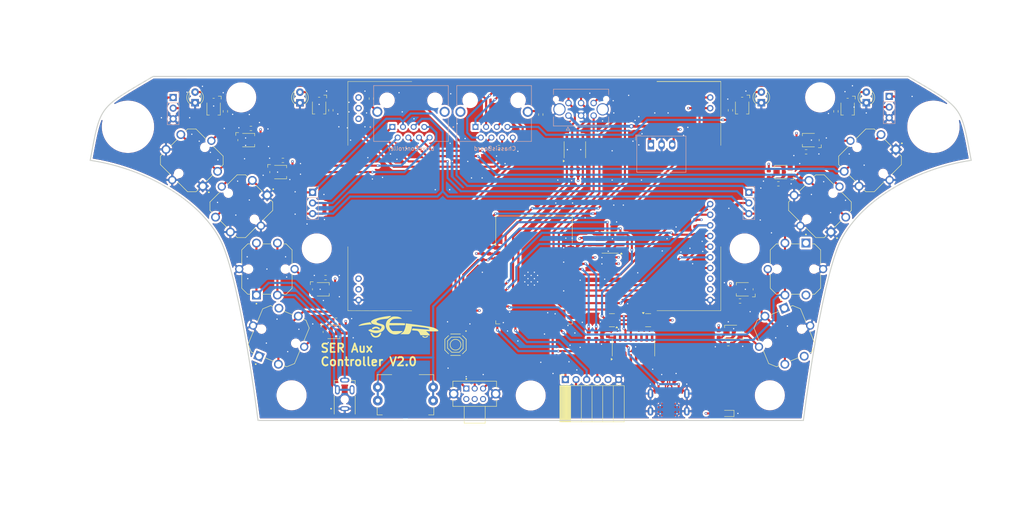
<source format=kicad_pcb>
(kicad_pcb (version 20241229) (generator "pcbnew") (generator_version "9.0")
  (layers (0 "F.Cu" signal "TopLayer") (4 "In1.Cu" signal "Inner1") (6 "In2.Cu" signal "Inner2") (2 "B.Cu" signal "BottomLayer") (13 "F.Paste" user "TopPasteMaskLayer") (15 "B.Paste" user "BottomPasteMaskLayer") (5 "F.SilkS" user "TopSilkLayer") (7 "B.SilkS" user "BottomSilkLayer") (1 "F.Mask" user "TopSolderMaskLayer") (3 "B.Mask" user "BottomSolderMaskLayer") (25 "Edge.Cuts" user "BoardOutLine"))
  (net 0 "")
  (net 1 "+3.3V")
  (net 2 "+12V")
  (net 3 "DTR")
  (net 4 "RTS")
  (net 5 "GND")
  (net 6 "Net-(U3-VBAT)")
  (net 7 "/MCU ESP32/RESET")
  (net 8 "Net-(U5-V3)")
  (net 9 "Net-(U5-VCC)")
  (net 10 "GNDA")
  (net 11 "/Connectors/Pedal_Left")
  (net 12 "+3.3VA")
  (net 13 "/Connectors/Pedal_Right")
  (net 14 "/Connectors/Switch_IndL")
  (net 15 "/Connectors/Switch_IndR")
  (net 16 "Net-(D1-A)")
  (net 17 "Net-(D2-A)")
  (net 18 "Net-(D3-A)")
  (net 19 "Net-(D4-A)")
  (net 20 "Net-(D5-A)")
  (net 21 "/MCU ESP32/TDO")
  (net 22 "/MCU ESP32/TDI")
  (net 23 "/MCU ESP32/TCK")
  (net 24 "/MCU ESP32/TMS")
  (net 25 "/Buttons and Switches/Minus")
  (net 27 "Net-(J2-SHIELD)")
  (net 28 "/Buttons and Switches/Plus")
  (net 29 "/Buttons and Switches/Reset")
  (net 30 "/Buttons and Switches/Set")
  (net 31 "/CAN_Transceiver/CAN_H")
  (net 32 "/CAN_Transceiver/CAN_L")
  (net 33 "/Connectors/RX")
  (net 34 "/Connectors/TX")
  (net 35 "/Buttons and Switches/Speak_Out")
  (net 36 "/Buttons and Switches/Speak_In")
  (net 37 "/Connectors/LED_IndR")
  (net 38 "/Connectors/LED_FrontLight")
  (net 39 "Net-(J5-SHIELD__1)")
  (net 40 "/Connectors/LED_DriveLight")
  (net 42 "/Buttons and Switches/Horn")
  (net 43 "/Connectors/LED_IndL")
  (net 47 "Net-(U5-UD+)")
  (net 49 "Net-(U5-UD-)")
  (net 50 "Net-(Q1-B)")
  (net 51 "Net-(Q2-B)")
  (net 52 "/MCU ESP32/GPIO0")
  (net 53 "Net-(R1-Pad2)")
  (net 54 "Net-(R1-Pad1)")
  (net 55 "Net-(R3-Pad2)")
  (net 56 "Net-(R3-Pad1)")
  (net 57 "Net-(R5-Pad1)")
  (net 58 "Net-(R5-Pad2)")
  (net 59 "Net-(R7-Pad2)")
  (net 60 "Net-(R7-Pad1)")
  (net 61 "/Buttons and Switches/Spare1")
  (net 62 "Net-(R10-Pad2)")
  (net 63 "Net-(R10-Pad1)")
  (net 64 "Net-(R12-Pad2)")
  (net 65 "Net-(R12-Pad1)")
  (net 66 "/Buttons and Switches/Spare2")
  (net 67 "Net-(R15-Pad2)")
  (net 68 "Net-(R15-Pad1)")
  (net 69 "Net-(R17-Pad2)")
  (net 70 "Net-(R17-Pad1)")
  (net 71 "Net-(R24-Pad1)")
  (net 72 "Net-(R25-Pad1)")
  (net 73 "Net-(R26-Pad1)")
  (net 74 "Net-(R27-Pad1)")
  (net 75 "/MCU ESP32/SDA")
  (net 76 "/MCU ESP32/SCL")
  (net 77 "/Display/SD_CS")
  (net 78 "/Display/DC")
  (net 79 "/Display/CS")
  (net 80 "/MCU ESP32/RXD0")
  (net 81 "Net-(U5-TXD)")
  (net 82 "Net-(U5-RXD)")
  (net 83 "/MCU ESP32/TXD0")
  (net 99 "Net-(U2-IO14)")
  (net 100 "/CAN_Transceiver/CAN_D")
  (net 103 "/CAN_Transceiver/CAN_R")
  (net 104 "/Display/MISO")
  (net 106 "/Display/RES")
  (net 109 "/Display/SCK")
  (net 112 "/Display/MOSI")
  (net 116 "/Display/BackLight")
  (net 118 "/Display/SD_Detect")
  (net 129 "Net-(J5-Pad6)")
  (footprint "PCM_JLCPCB:R_0603" (layer "F.Cu") (at 167.132 109.982 90)
    (property "Reference" "R38" (hide yes))
    (property "Value" "470Ω")
  )
  (footprint "RF_Module:ESP32-WROOM-32" (layer "F.Cu") (at 152.318 97.43)
    (property "Reference" "U2" (hide yes))
    (property "Value" "ESP32-WROOM-32")
  )
  (footprint "PCM_JLCPCB:R_0603" (layer "F.Cu") (at 224.79 58.928 180)
    (property "Reference" "R27" (hide yes))
    (property "Value" "2.2kΩ")
  )
  (footprint "Resistor_SMD:R_0603_1608Metric" (layer "F.Cu") (at 105.156 106.426)
    (property "Reference" "R15" (hide yes))
    (property "Value" "R?")
  )
  (footprint "PCM_JLCPCB:R_0603" (layer "F.Cu") (at 183.261 106.426 180)
    (property "Reference" "R41" (hide yes))
    (property "Value" "10kΩ")
  )
  (footprint "Imported_Footprints:MountingHole_3.2mm_M3_No_Copper" (layer "F.Cu") (at 220.5239 53.31765)
    (property "Reference" "H6" (hide yes))
    (property "Value" "MountingHole")
  )
  (footprint "PCM_JLCPCB:C_0603" (layer "F.Cu") (at 239.776 55.62755 -90)
    (property "Reference" "C19" (hide yes))
    (property "Value" "100nF")
  )
  (footprint "Imported_Footprints:BAT_BAT-HLD-012-THM" (layer "F.Cu") (at 121.67 124.003)
    (property "Reference" "BT1" (hide yes))
    (property "Value" "BAT-HLD-012-THM")
  )
  (footprint "PCM_JLCPCB:C_0805" (layer "F.Cu") (at 180.848 60.96)
    (property "Reference" "C8" (hide yes))
    (property "Value" "10uF")
  )
  (footprint "PCM_JLCPCB:R_0603" (layer "F.Cu") (at 87.122 62.992 90)
    (property "Reference" "R2" (hide yes))
    (property "Value" "2.2kΩ")
  )
  (footprint "PCM_JLCPCB:C_0603" (layer "F.Cu") (at 68.834 57.40555 -90)
    (property "Reference" "C20" (hide yes))
    (property "Value" "1nF")
  )
  (footprint "PCM_JLCPCB:R_0603" (layer "F.Cu") (at 175.964 105.41)
    (property "Reference" "R40" (hide yes))
    (property "Value" "10kΩ")
  )
  (footprint "PCM_JLCPCB:C_0603" (layer "F.Cu") (at 140.081 89.789 90)
    (property "Reference" "C4" (hide yes))
    (property "Value" "100nF")
  )
  (footprint "PCM_JLCPCB:C_0603" (layer "F.Cu") (at 140.081 92.837 -90)
    (property "Reference" "C12" (hide yes))
    (property "Value" "1uF")
  )
  (footprint "Imported_Footprints:MountingHole_3.2mm_M3_No_Copper" (layer "F.Cu") (at 208.5239 124.31755)
    (property "Reference" "H4" (hide yes))
    (property "Value" "MountingHole")
  )
  (footprint "Resistor_SMD:R_0603_1608Metric" (layer "F.Cu") (at 113.538 53.594 -90)
    (property "Reference" "R19" (hide yes))
    (property "Value" "R")
  )
  (footprint "PCM_JLCPCB:C_0805" (layer "F.Cu") (at 184.658 60.96 180)
    (property "Reference" "C9" (hide yes))
    (property "Value" "10uF")
  )
  (footprint "PCM_JLCPCB:C_0603" (layer "F.Cu") (at 170.434 92.964 180)
    (property "Reference" "C6" (hide yes))
    (property "Value" "100nF")
  )
  (footprint "Imported_Footprints:SW_EG2208" (layer "F.Cu") (at 138.176 123.96905)
    (property "Reference" "S10" (hide yes))
    (property "Value" "EG2208")
  )
  (footprint "PCM_JLCPCB:C_0603" (layer "F.Cu") (at 234.442 57.40555 -90)
    (property "Reference" "C18" (hide yes))
    (property "Value" "1nF")
  )
  (footprint "PCM_JLCPCB:C_0603" (layer "F.Cu") (at 96.774 78.48755 -90)
    (property "Reference" "C14" (hide yes))
    (property "Value" "100nF")
  )
  (footprint "PCM_JLCPCB:R_0603" (layer "F.Cu") (at 211.328 85.59955 180)
    (property "Reference" "R9" (hide yes))
    (property "Value" "10kΩ")
  )
  (footprint "Imported_Footprints:MountingHole_6.5mm_mod" (layer "F.Cu") (at 55.5242 60.31765)
    (property "Reference" "H9" (hide yes))
    (property "Value" "MountingHole")
  )
  (footprint "PCM_JLCPCB:C_0603" (layer "F.Cu") (at 169.926 110.998 90)
    (property "Reference" "C11" (hide yes))
    (property "Value" "100nF")
  )
  (footprint "Imported_Footprints:SW_TS29-1212-1-XX-300-D_mod" (layer "F.Cu") (at 220.472 79.24955 135)
    (property "Reference" "S4" (hide yes))
    (property "Value" "TS29-1212-1-XX-300-D")
  )
  (footprint "LED_THT:LED_D3.0mm" (layer "F.Cu") (at 71.5242 54.587651 90)
    (property "Reference" "D2" (hide yes))
    (property "Value" "INDL")
  )
  (footprint "Potentiometer_SMD:Potentiometer_Bourns_TC33X_Vertical" (layer "F.Cu") (at 211.582 71.12 180)
    (property "Reference" "RV4" (hide yes))
    (property "Value" "R_Potentiometer")
  )
  (footprint "Imported_Footprints:ILI93_Display_Adafruit" (layer "F.Cu") (at 152.4 76.2)
    (property "Reference" "D6" (hide yes))
    (property "Value" "~")
  )
  (footprint "PCM_JLCPCB:R_0603" (layer "F.Cu") (at 205.74 103.12555 180)
    (property "Reference" "R14" (hide yes))
    (property "Value" "10kΩ")
  )
  (footprint "Resistor_SMD:R_0603_1608Metric" (layer "F.Cu") (at 92.456 68.326)
    (property "Reference" "R5" (hide yes))
    (property "Value" "R?")
  )
  (footprint "PCM_JLCPCB:R_0603" (layer "F.Cu") (at 191.008 55.88)
    (property "Reference" "R34" (hide yes))
    (property "Value" "10kΩ")
  )
  (footprint "PCM_JLCPCB:R_0603" (layer "F.Cu") (at 165.608 87.63 -90)
    (property "Reference" "R32" (hide yes))
    (property "Value" "10kΩ")
  )
  (footprint "Resistor_SMD:R_0603_1608Metric" (layer "F.Cu") (at 102.616 96.266)
    (property "Reference" "R10" (hide yes))
    (property "Value" "R?")
  )
  (footprint "Imported_Footprints:SW_TS29-1212-1-XX-300-D_mod" (layer "F.Cu") (at 91.44 110.23755 67.5)
    (property "Reference" "S7" (hide yes))
    (property "Value" "TS29-1212-1-XX-300-D")
  )
  (footprint "PCM_JLCPCB:C_0603" (layer "F.Cu") (at 170.434 91.44 180)
    (property "Reference" "C7" (hide yes))
    (property "Value" "100nF")
  )
  (footprint "LED_SMD:LED_0603_1608Metric" (layer "F.Cu") (at 198.501 128.651 180)
    (property "Reference" "D1" (hide yes))
    (property "Value" "LED")
  )
  (footprint "Imported_Footprints:SW_TS29-1212-1-XX-300-D_mod" (layer "F.Cu") (at 82.55 79.24955 -135)
    (property "Reference" "S3" (hide yes))
    (property "Value" "TS29-1212-1-XX-300-D")
  )
  (footprint "PCM_JLCPCB:R_0603" (layer "F.Cu") (at 175.964 107.442 180)
    (property "Reference" "R39" (hide yes))
    (property "Value" "10kΩ")
  )
  (footprint "PCM_JLCPCB:C_0603" (layer "F.Cu") (at 141.605 89.789 90)
    (property "Reference" "C3" (hide yes))
    (property "Value" "100nF")
  )
  (footprint "PCM_JLCPCB:C_0603" (layer "F.Cu") (at 173.482 117.856 180)
    (property "Reference" "C10" (hide yes))
    (property "Value" "100nF")
  )
  (footprint "LED_THT:LED_D3.0mm" (layer "F.Cu") (at 231.5238 54.587651 90)
    (property "Reference" "D5" (hide yes))
    (property "Value" "INDR")
  )
  (footprint "Resistor_SMD:R_0603_1608Metric" (layer "F.Cu") (at 103.886 56.388 -90)
    (property "Reference" "R29" (hide yes))
    (property "Value" "R?")
  )
  (footprint "Imported_Footprints:SW_TS29-1212-1-XX-300-D_mod" (layer "F.Cu") (at 212.0445 110.23755 -67.5)
    (property "Reference" "S8" (hide yes))
    (property "Value" "TS29-1212-1-XX-300-D")
  )
  (footprint "PCM_JLCPCB:C_0603" (layer "F.Cu") (at 137.414 105.664)
    (property "Reference" "C5" (hide yes))
    (property "Value" "100nF")
  )
  (footprint "PCM_JLCPCB:R_0603" (layer "F.Cu") (at 162.052 52.324)
    (property "Reference" "R21" (hide yes))
    (property "Value" "120Ω")
  )
  (footprint "Resistor_SMD:R_0603_1608Metric" (layer "F.Cu") (at 201.422 101.854 180)
    (property "Reference" "R12" (hide yes))
    (property "Value" "R?")
  )
  (footprint "Potentiometer_SMD:Potentiometer_Bourns_TC33X_Vertical" (layer "F.Cu") (at 218.186 63.5 180)
    (property "Reference" "RV2" (hide yes))
    (property "Value" "R_Potentiometer")
  )
  (footprint "Potentiometer_SMD:Potentiometer_Bourns_TC33X_Vertical" (layer "F.Cu") (at 104.14 109.22)
    (property "Reference" "RV7" (hide yes))
    (property "Value" "R_Potentiometer")
  )
  (footprint "PCM_JLCPCB:R_0603" (layer "F.Cu") (at 190.754 83.312 -90)
    (property "Reference" "R35" (hide yes))
    (property "Value" "10kΩ")
  )
  (footprint "PCM_JLCPCB:R_0603" (layer "F.Cu") (at 94.742 70.612 90)
    (property "Reference" "R6" (hide yes))
    (property "Value" "2.2kΩ")
  )
  (footprint "Package_TO_SOT_SMD:SOT-23" (layer "F.Cu") (at 179.52 106.426)
    (property "Reference" "Q2" (hide yes))
    (property "Value" "MMBT5551L")
  )
  (footprint "PCM_JLCPCB:C_0603" (layer "F.Cu") (at 206.248 78.48755 -90)
    (property "Reference" "C16" (hide yes))
    (property "Value" "100nF")
  )
  (footprint "PCM_JLCPCB:R_0603" (layer "F.Cu") (at 103.378 58.674)
    (property "Reference" "R25" (hide yes))
    (property "Value" "2.2kΩ")
  )
  (footprint "Potentiometer_SMD:Potentiometer_Bourns_TC33X_Vertical" (layer "F.Cu") (at 75.946 55.626 -90)
    (property "Reference" "RV9" (hide yes))
    (property "Value" "R_Potentiometer")
  )
  (footprint "Package_SO:SOIC-8_3.9x4.9mm_P1.27mm" (layer "F.Cu") (at 170.434 87.884 180)
    (property "Reference" "U3" (hide yes))
    (property "Value" "DS3231MZ")
  )
  (footprint "PCM_JLCPCB:R_0603" (layer "F.Cu") (at 208.28 71.628 90)
    (property "Reference" "R8" (hide yes))
    (property "Value" "2.2kΩ")
  )
  (footprint "LED_THT:LED_D3.0mm" (layer "F.Cu") (at 96.52 54.61155 90)
    (property "Reference" "D3" (hide yes))
    (property "Value" "DRIVELIGHT")
  )
  (footprint "Resistor_SMD:R_0603_1608Metric" (layer "F.Cu") (at 84.836 60.706)
    (property "Reference" "R1" (hide yes))
    (property "Value" "R?")
  )
  (footprint "Connector_PinSocket_2.54mm:PinSocket_1x06_P2.54mm_Horizontal" (layer "F.Cu") (at 159.791 120.569551 90)
    (property "Reference" "J1" (hide yes))
    (property "Value" "Conn_01x06_Socket")
  )
  (footprint "Resistor_SMD:R_0603_1608Metric" (layer "F.Cu") (at 153.924 57.404 90)
    (property "Reference" "R20" (hide yes))
    (property "Value" "R")
  )
  (footprint "Potentiometer_SMD:Potentiometer_Bourns_TC33X_Vertical" (layer "F.Cu") (at 83.82 63.5)
    (property "Reference" "RV1" (hide yes))
    (property "Value" "R_Potentiometer")
  )
  (footprint "PCM_JLCPCB:R_0603" (layer "F.Cu") (at 107.442 108.712 90)
    (property "Reference" "R16" (hide yes))
    (property "Value" "2.2kΩ")
  )
  (footprint "Package_SO:SOIC-8_3.9x4.9mm_P1.27mm" (layer "F.Cu") (at 162.052 65.786 90)
    (property "Reference" "U1" (hide yes))
    (property "Value" "SN65HVD232")
  )
  (footprint "Imported_Footprints:SW_TS29-1212-1-XX-300-D_mod" (layer "F.Cu") (at 232.41 68.32755 -135)
    (property "Reference" "S2" (hide yes))
    (property "Value" "TS29-1212-1-XX-300-D")
  )
  (footprint "Imported_Footprints:SER_Logo" (layer "F.Cu") (at 119.920895 108.958912)
    (property "Reference" "G1" (hide yes))
    (property "Value" "LOGO" (hide yes))
  )
  (footprint "PCM_JLCPCB:R_0603" (layer "F.Cu") (at 214.884 64.008 90)
    (property "Reference" "R4" (hide yes))
    (property "Value" "2.2kΩ")
  )
  (footprint "Imported_Footprints:MountingHole_6.5mm_mod" (layer "F.Cu") (at 247.5238 60.31765)
    (property "Reference" "H8" (hide yes))
    (property "Value" "MountingHole")
  )
  (footprint "PCM_JLCPCB:C_0603" (layer "F.Cu") (at 102.362 79.75755 -90)
    (property "Reference" "C15" (hide yes))
    (property "Value" "1nF")
  )
  (footprint "Potentiometer_SMD:Potentiometer_Bourns_TC33X_Vertical" (layer "F.Cu") (at 201.93 55.372 -90)
    (property "Reference" "RV11" (hide yes))
    (property "Value" "R_Potentiometer")
  )
  (footprint "Resistor_SMD:R_0603_1608Metric" (layer "F.Cu") (at 210.566 73.914 180)
    (property "Reference" "R7" (hide yes))
    (property "Value" "R?")
  )
  (footprint "PCM_JLCPCB:R_0603" (layer "F.Cu") (at 199.136 99.568 90)
    (property "Reference" "R13" (hide yes))
    (property "Value" "2.2kΩ")
  )
  (footprint "PCM_JLCPCB:R_0603" (layer "F.Cu") (at 195.326 128.651)
    (property "Reference" "R22" (hide yes))
    (property "Value" "10kΩ")
  )
  (footprint "Imported_Footprints:SW_TS29-1212-1-XX-300-D_mod" (layer "F.Cu") (at 70.739 68.32755 135)
    (property "Reference" "S1" (hide yes))
    (property "Value" "TS29-1212-1-XX-300-D")
  )
  (footprint "PCM_JLCPCB:R_0603" (layer "F.Cu") (at 196.342 109.728 90)
    (property "Reference" "R18" (hide yes))
    (property "Value" "2.2kΩ")
  )
  (footprint "LED_THT:LED_D3.0mm" (layer "F.Cu") (at 206.501999 54.58765 90)
    (property "Reference" "D4" (hide yes))
    (property "Value" "FRONTLIGHT")
  )
  (footprint "Resistor_SMD:R_0603_1608Metric" (layer "F.Cu") (at 224.282 56.642 -90)
    (property "Reference" "R31" (hide yes))
    (property "Value" "R?")
  )
  (footprint "Potentiometer_SMD:Potentiometer_Bourns_TC33X_Vertical" (layer "F.Cu") (at 199.644 109.22 180)
    (property "Reference" "RV8" (hide yes))
    (property "Value" "R_Potentiometer")
  )
  (footprint "PCM_JLCPCB:R_0603" (layer "F.Cu") (at 190.754 86.868 -90)
    (property "Reference" "R36" (hide yes))
    (property "Value" "10kΩ")
  )
  (footprint "Imported_Footprints:MountingHole_3.2mm_M3_No_Copper" (layer "F.Cu") (at 82.5241 53.31765)
    (property "Reference" "H1" (hide yes))
    (property "Value" "MountingHole")
  )
  (footprint "PCM_JLCPCB:R_0603" (layer "F.Cu") (at 199.644 58.674 180)
    (property "Reference" "R26" (hide yes))
    (property "Value" "2.2kΩ")
  )
  (footprint "PCM_JLCPCB:R_0603" (layer "F.Cu") (at 104.902 98.552 90)
    (property "Reference" "R11" (hide yes))
    (property "Value" "2.2kΩ")
  )
  (footprint "PCM_JLCPCB:C_0603" (layer "F.Cu") (at 162.052 71.882 180)
    (property "Reference" "C2" (hide yes))
    (property "Value" "100nF")
  )
  (footprint "PCM_JLCPCB:R_0603" (layer "F.Cu") (at 165.354 109.982 90)
    (property "Reference" "R37" (hide yes))
    (property "Value" "470Ω")
  )
  (footprint "Imported_Footprints:MountingHole_3.2mm_M3_No_Copper" (layer "F.Cu") (at 94.5241 124.31755)
    (property "Reference" "H3" (hide yes))
    (property "Value" "MountingHole")
  )
  (footprint "Package_SO:SOIC-16_3.9x9.9mm_P1.27mm" (layer "F.Cu") (at 176.022 113.03 90)
    (property "Reference" "U5" (hide yes))
    (property "Value" "CH340C")
  )
  (footprint "Potentiometer_SMD:Potentiometer_Bourns_TC33X_Vertical" (layer "F.Cu") (at 227.076 55.626 -90)
    (property "Reference" "RV12" (hide yes))
    (property "Value" "R_Potentiometer")
  )
  (footprint "Resistor_SMD:R_0603_1608Metric" (layer "F.Cu") (at 198.628 112.014 180)
    (property "Reference" "R17" (hide yes))
    (property "Value" "R?")
  )
  (footprint "Imported_Footprints:SW_TS29-1212-1-XX-300-D_mod" (layer "F.Cu") (at 88.646 94.23555 90)
    (property "Reference" "S5" (hide yes))
    (property "Value" "TS29-1212-1-XX-300-D")
  )
  (footprint "Potentiometer_SMD:Potentiometer_Bourns_TC33X_Vertical" (layer "F.Cu") (at 91.44 71.12)
    (property "Reference" "RV3" (hide yes))
    (property "Value" "R_Potentiometer")
  )
  (footprint "PCM_JLCPCB:SW-SMD_4P-L5.1-W5.1-P3.70-LS6.5-TL-2" (layer "F.Cu") (at 133.604 112.268 -90)
    (property "Reference" "S9" (hide yes))
    (property "Value" "Tactile Button, 160gf")
  )
  (footprint "PCM_JLCPCB:R_0603" (layer "F.Cu") (at 78.232 58.928)
    (property "Reference" "R24" (hide yes))
    (property "Value" "2.2kΩ")
  )
  (footprint "PCM_JLCPCB:R_0603" (layer "F.Cu") (at 137.414 104.14 180)
    (property "Reference" "R23" (hide yes))
    (property "Value" "10kΩ")
  )
  (footprint "Resistor_SMD:R_0603_1608Metric" (layer "F.Cu") (at 78.74 56.642 -90)
    (property "Reference" "R28" (hide yes))
    (property "Value" "R?")
  )
  (footprint "Imported_Footprints:MountingHole_3.2mm_M3_No_Copper" (layer "F.Cu") (at 151.524 124.38055)
    (property "Reference" "H7" (hide yes))
    (property "Value" "MountingHole")
  )
  (footprint "Package_TO_SOT_SMD:SOT-23" (layer "F.Cu") (at 170.884 106.426 180)
    (property "Reference" "Q1" (hide yes))
    (property "Value" "MMBT5551L")
  )
  (footprint "Potentiometer_SMD:Potentiometer_Bourns_TC33X_Vertical" (layer "F.Cu") (at 101.092 55.372 -90)
    (property "Reference" "RV10" (hide yes))
    (property "Value" "R_Potentiometer")
  )
  (footprint "PCM_JLCPCB:R_0603" (layer "F.Cu") (at 165.608 90.678 90)
    (property "Reference" "R33" (hide yes))
    (property "Value" "10kΩ")
  )
  (footprint "Resistor_SMD:R_0603_1608Metric" (layer "F.Cu") (at 217.17 66.294 180)
    (property "Reference" "R3" (hide yes))
    (property "Value" "R?")
  )
  (footprint "PCM_JLCPCB:C_0603" (layer "F.Cu") (at 162.052 70.358 180)
    (property "Reference" "C1" (hide yes))
    (property "Value" "100nF")
  )
  (footprint "PCM_JLCPCB:C_0603" (layer "F.Cu") (at 200.66 79.75755 -90)
    (property "Reference" "C13" (hide yes))
    (property "Value" "1nF")
  )
  (footprint "Resistor_SMD:R_0603_1608Metric" (layer "F.Cu") (at 199.136 56.388 -90)
    (property "Reference" "R30" (hide yes))
    (property "Value" "R?")
  )
  (footprint "Imported_Footprints:SAMESKY_SJ1-2503A" (layer "F.Cu") (at 107.188 126.31255)
    (property "Reference" "J4" (hide yes))
    (property "Value" "Radio Enable" (hide yes))
  )
  (footprint "Imported_Footprints:MountingHole_3.2mm_M3_No_Copper" (layer "F.Cu") (at 100.5241 89.31765)
    (property "Reference" "H5" (hide yes))
    (property "Value" "MountingHole")
  )
  (footprint "PCM_JLCPCB:C_0603" (layer "F.Cu") (at 63.5 55.88155 -90)
    (property "Reference" "C17" (hide yes))
    (property "Value" "100nF")
  )
  (footprint "Imported_Footprints:SW_TS29-1212-1-XX-300-D_mod" (layer "F.Cu") (at 214.63 94.23555 -90)
    (property "Reference" "S6" (hide yes))
    (property "Value" "TS29-1212-1-XX-300-D")
  )
  (footprint "Resistor_SMD:R_0603_1608Metric" (layer "F.Cu") (at 143.955 65.278)
    (property "Reference" "R42" (hide yes))
    (property "Value" "R")
  )
  (footprint "PCM_JLCPCB:TYPE-C-SMD_HX-TYPE-C-16PIN" (layer "F.Cu") (at 184.404 125.73155)
    (property "Reference" "J6" (hide yes))
    (property "Value" "Connector, USB-TYPE-C-16P")
  )
  (footprint "Imported_Footprints:MountingHole_3.2mm_M3_No_Copper" (layer "F.Cu") (at 202.5239 89.31765)
    (property "Reference" "H2" (hide yes))
    (property "Value" "MountingHole")
  )
  (footprint "Potentiometer_SMD:Potentiometer_Bourns_TC33X_Vertical" (layer "F.Cu") (at 202.438 99.06 180)
    (property "Reference" "RV6" (hide yes))
    (property "Value" "R_Potentiometer")
  )
  (footprint "Potentiometer_SMD:Potentiometer_Bourns_TC33X_Vertical" (layer "F.Cu") (at 101.6 99.06)
    (property "Reference" "RV5" (hide yes))
    (property "Value" "R_Potentiometer")
  )
  (footprint "Connector_PinHeader_2.54mm:PinHeader_1x03_P2.54mm_Vertical" (layer "B.Cu") (at 236.982 53.08755 180)
    (property "Reference" "SW2" (hide yes))
    (property "Value" "SW_SPDT")
  )
  (footprint "Imported_Footprints:MOLEX_430450625" (layer "B.Cu") (at 160.528 57.658 180)
    (property "Reference" "J3" (hide yes))
    (property "Value" "430450625")
  )
  (footprint "Connector_PinHeader_2.54mm:PinHeader_1x03_P2.54mm_Vertical" (layer "B.Cu") (at 99.5241 75.94755 180)
    (property "Reference" "J7" (hide yes))
    (property "Value" "Conn_01x03_Pin")
  )
  (footprint "Imported_Footprints:CUI_CRJ027-1-TH" (layer "B.Cu") (at 122.9875 54.001551)
    (property "Reference" "J2" (hide yes))
    (property "Value" "DriveController")
  )
  (footprint "Connector_PinHeader_2.54mm:PinHeader_1x03_P2.54mm_Vertical" (layer "B.Cu") (at 203.5239 75.94755 180)
    (property "Reference" "J8" (hide yes))
    (property "Value" "Conn_01x03_Pin")
  )
  (footprint "Converter_DCDC:Converter_DCDC_RECOM_R-78E-0.5_THT" (layer "B.Cu") (at 180.1785 64.5945)
    (property "Reference" "U4" (hide yes))
    (property "Value" "R-78E3.3-1.0")
  )
  (footprint "Connector_PinHeader_2.54mm:PinHeader_1x03_P2.54mm_Vertical" (layer "B.Cu") (at 66.294 53.34155 180)
    (property "Reference" "SW1" (hide yes))
    (property "Value" "SW_SPDT")
  )
  (footprint "Imported_Footprints:CUI_CRJ027-1-TH" (layer "B.Cu") (at 142.7995 54.00155)
    (property "Reference" "J5" (hide yes))
    (property "Value" "ChassisBoard")
  )
  (gr_line (start 241.5238 48.31775) (end 61.5242 48.31775) (stroke (width 0.254)) (layer "Edge.Cuts"))
  (gr_line (start 86.5241 130.31755) (end 216.5238 130.31755) (stroke (width 0.254)) (layer "Edge.Cuts"))
  (gr_curve (pts (xy 46.5242 68.31765) (xy 49 55) (xy 48.5 56) (xy 61.5242 48.31775)) (stroke (width 0.254)) (layer "Edge.Cuts"))
  (gr_curve (pts (xy 256.5237 68.31765) (xy 242.8499 70.31765) (xy 229.5237 78.31765) (xy 225.02375 88.3176)) (stroke (width 0.254)) (layer "Edge.Cuts"))
  (gr_curve (pts (xy 225.02375 88.3176) (xy 220.4019 99.231806) (xy 216.5238 130.31755) (xy 216.5238 130.31755)) (stroke (width 0.254)) (layer "Edge.Cuts"))
  (gr_curve (pts (xy 256.5237 68.31765) (xy 254.0479 55) (xy 254.5479 56) (xy 241.5237 48.31775)) (stroke (width 0.254)) (layer "Edge.Cuts"))
  (gr_curve (pts (xy 78.02415 88.3176) (xy 82.646 99.231806) (xy 86.5241 130.31755) (xy 86.5241 130.31755)) (stroke (width 0.254)) (layer "Edge.Cuts"))
  (gr_curve (pts (xy 46.5242 68.31765) (xy 60.198 70.31765) (xy 73.5242 78.31765) (xy 78.02415 88.3176)) (stroke (width 0.254)) (layer "Edge.Cuts"))
  (gr_text "SER Aux\nController V2.0" (at 101.219 117.475 0) (layer "F.SilkS") (effects (font (size 2 2) (thickness 0.4) (bold yes)) (justify left bottom)))
  (segment (start 143.449 90.569) (end 143.568 90.45) (width 0.5) (layer "F.Cu") (net 1))
  (segment (start 208.28 70.808) (end 208.28 69.215) (width 0.5) (layer "F.Cu") (net 1))
  (segment (start 165.608 86.81) (end 163.38 86.81) (width 0.5) (layer "F.Cu") (net 1))
  (segment (start 162.687 70.213) (end 162.832 70.358) (width 0.5) (layer "F.Cu") (net 1))
  (segment (start 171.214 89.239001) (end 171.934001 88.519) (width 0.5) (layer "F.Cu") (net 1))
  (segment (start 138.234 104.14) (end 139.319 104.14) (width 0.5) (layer "F.Cu") (net 1))
  (segment (start 140.081 90.569) (end 143.449 90.569) (width 0.5) (layer "F.Cu") (net 1))
  (segment (start 140.063 90.551) (end 140.081 90.569) (width 0.5) (layer "F.Cu") (net 1))
  (segment (start 192.22 82.492) (end 190.754 82.492) (width 0.5) (layer "F.Cu") (net 1))
  (segment (start 107.442 107.892) (end 107.442 106.68) (width 0.5) (layer "F.Cu") (net 1))
  (segment (start 166.82 91.498) (end 166.878 91.44) (width 0.5) (layer "F.Cu") (net 1))
  (segment (start 239.776 54.601775) (end 239.776 54.84755) (width 0.5) (layer "F.Cu") (net 1))
  (segment (start 66.294 53.34155) (end 65.014225 53.34155) (width 0.5) (layer "F.Cu") (net 1))
  (segment (start 65.014225 53.34155) (end 63.5 54.855775) (width 0.5) (layer "F.Cu") (net 1))
  (segment (start 171.214 91.44) (end 172.466 91.44) (width 0.5) (layer "F.Cu") (net 1))
  (segment (start 87.122002 60.960002) (end 87.122 60.96) (width 0.5) (layer "F.Cu") (net 1))
  (segment (start 171.214 92.964) (end 172.466 92.964) (width 0.5) (layer "F.Cu") (net 1))
  (segment (start 184.081 106.426) (end 185.293 106.426) (width 0.5) (layer "F.Cu") (net 1))
  (segment (start 162.814 73.152) (end 162.814 70.376) (width 0.5) (layer "F.Cu") (net 1))
  (segment (start 171.214 92.964) (end 171.214 89.239001) (width 0.5) (layer "F.Cu") (net 1))
  (segment (start 94.742 69.792) (end 94.742 68.58) (width 0.5) (layer "F.Cu") (net 1))
  (segment (start 199.136 98.748) (end 199.136 97.663) (width 0.5) (layer "F.Cu") (net 1))
  (segment (start 165.608 91.498) (end 166.82 91.498) (width 0.5) (layer "F.Cu") (net 1))
  (segment (start 190.188 55.88) (end 190.18645 55.88155) (width 0.5) (layer "F.Cu") (net 1))
  (segment (start 196.342 108.908) (end 196.342 107.696) (width 0.5) (layer "F.Cu") (net 1))
  (segment (start 104.902 97.732) (end 104.902 96.52) (width 0.5) (layer "F.Cu") (net 1))
  (segment (start 185.608 60.96) (end 187.198 60.96) (width 0.5) (layer "F.Cu") (net 1))
  (segment (start 185.608 64.245002) (end 185.258501 64.594501) (width 0.5) (layer "F.Cu") (net 1))
  (segment (start 190.18645 55.88155) (end 189.10455 55.88155) (width 0.5) (layer "F.Cu") (net 1))
  (segment (start 189.10455 55.88155) (end 189.103 55.88) (width 0.5) (layer "F.Cu") (net 1))
  (segment (start 238.261775 53.08755) (end 239.776 54.601775) (width 0.5) (layer "F.Cu") (net 1))
  (segment (start 214.884 63.188) (end 214.884 61.849) (width 0.5) (layer "F.Cu") (net 1))
  (segment (start 138.557 90.551) (end 140.063 90.551) (width 0.5) (layer "F.Cu") (net 1))
  (segment (start 194.506 128.651) (end 193.294 128.651) (width 0.5) (layer "F.Cu") (net 1))
  (segment (start 236.982 53.08755) (end 238.261775 53.08755) (width 0.5) (layer "F.Cu") (net 1))
  (segment (start 63.5 54.855775) (end 63.5 55.10155) (width 0.5) (layer "F.Cu") (net 1))
  (segment (start 87.122002 62.172) (end 87.122002 60.960002) (width 0.5) (layer "F.Cu") (net 1))
  (segment (start 163.38 86.81) (end 163.195 86.995) (width 0.5) (layer "F.Cu") (net 1))
  (segment (start 185.608 60.96) (end 185.608 64.245002) (width 0.5) (layer "F.Cu") (net 1))
  (segment (start 162.814 70.376) (end 162.832 70.358) (width 0.5) (layer "F.Cu") (net 1))
  (segment (start 162.687 68.261) (end 162.687 70.213) (width 0.5) (layer "F.Cu") (net 1))
  (segment (start 171.934001 88.519) (end 172.909 88.519) (width 0.5) (layer "F.Cu") (net 1))
  (via (at 208.28 69.215) (size 0.6) (drill 0.3) (layers "F.Cu" "B.Cu") (net 1))
  (via (at 107.442 106.68) (size 0.6) (drill 0.3) (layers "F.Cu" "B.Cu") (net 1))
  (via (at 185.293 106.426) (size 0.6) (drill 0.3) (layers "F.Cu" "B.Cu") (net 1))
  (via (at 193.294 128.651) (size 0.6) (drill 0.3) (layers "F.Cu" "B.Cu") (net 1))
  (via (at 139.319 104.14) (size 0.6) (drill 0.3) (layers "F.Cu" "B.Cu") (net 1))
  (via (at 162.814 73.152) (size 0.6) (drill 0.3) (layers "F.Cu" "B.Cu") (net 1))
  (via (at 94.742 68.58) (size 0.6) (drill 0.3) (layers "F.Cu" "B.Cu") (net 1))
  (via (at 189.103 55.88) (size 0.6) (drill 0.3) (layers "F.Cu" "B.Cu") (net 1))
  (via (at 196.342 107.696) (size 0.6) (drill 0.3) (layers "F.Cu" "B.Cu") (net 1))
  (via (at 166.878 91.44) (size 0.6) (drill 0.3) (layers "F.Cu" "B.Cu") (net 1))
  (via (at 87.122 60.96) (size 0.6) (drill 0.3) (layers "F.Cu" "B.Cu") (net 1))
  (via (at 187.198 60.96) (size 0.6) (drill 0.3) (layers "F.Cu" "B.Cu") (net 1))
  (via (at 172.466 92.964) (size 0.6) (drill 0.3) (layers "F.Cu" "B.Cu") (net 1))
  (via (at 199.136 97.663) (size 0.6) (drill 0.3) (layers "F.Cu" "B.Cu") (net 1))
  (via (at 104.902 96.52) (size 0.6) (drill 0.3) (layers "F.Cu" "B.Cu") (net 1))
  (via (at 172.466 91.44) (size 0.6) (drill 0.3) (layers "F.Cu" "B.Cu") (net 1))
  (via (at 163.195 86.995) (size 0.6) (drill 0.3) (layers "F.Cu" "B.Cu") (net 1))
  (via (at 138.557 90.551) (size 0.6) (drill 0.3) (layers "F.Cu" "B.Cu") (net 1))
  (via (at 192.22 82.492) (size 0.6) (drill 0.3) (layers "F.Cu" "B.Cu") (net 1))
  (via (at 214.884 61.849) (size 0.6) (drill 0.3) (layers "F.Cu" "B.Cu") (net 1))
  (segment (start 179.898 60.96) (end 179.898 64.314) (width 0.7) (layer "F.Cu") (net 2))
  (segment (start 179.136 60.198) (end 179.898 60.96) (width 0.7) (layer "F.Cu") (net 2))
  (segment (start 175.514 60.198) (end 179.136 60.198) (width 0.7) (layer "F.Cu") (net 2))
  (segment (start 179.898 64.314) (end 180.1785 64.5945) (width 0.7) (layer "F.Cu") (net 2))
  (via (at 175.514 60.198) (size 1) (drill 0.6) (layers "F.Cu" "B.Cu") (net 2))
  (segment (start 175.514 60.198) (end 163.068 60.198) (width 0.7) (layer "B.Cu") (net 2))
  (segment (start 163.068 60.198) (end 160.528 57.658) (width 0.7) (layer "B.Cu") (net 2))
  (segment (start 175.387 110.555) (end 175.387 109.093) (width 0.5) (layer "F.Cu") (net 3))
  (segment (start 176.784 107.696) (end 176.784 107.442) (width 0.5) (layer "F.Cu") (net 3))
  (segment (start 178.5825 107.376) (end 176.85 107.376) (width 0.5) (layer "F.Cu") (net 3))
  (segment (start 175.387 109.093) (end 176.784 107.696) (width 0.5) (layer "F.Cu") (net 3))
  (segment (start 176.85 107.376) (end 176.784 107.442) (width 0.5) (layer "F.Cu") (net 3))
  (segment (start 175.078 105.476) (end 175.144 105.41) (width 0.5) (layer "F.Cu") (net 4))
  (segment (start 174.117 110.555) (end 174.117 108.839) (width 0.5) (layer "F.Cu") (net 4))
  (segment (start 173.736 105.476) (end 175.078 105.476) (width 0.5) (layer "F.Cu") (net 4))
  (segment (start 174.117 108.839) (end 173.736 108.458) (width 0.5) (layer "F.Cu") (net 4))
  (segment (start 171.8215 105.476) (end 173.736 105.476) (width 0.5) (layer "F.Cu") (net 4))
  (via (at 173.736 105.476) (size 0.6) (drill 0.3) (layers "F.Cu" "B.Cu") (net 4))
  (via (at 173.736 108.458) (size 0.6) (drill 0.3) (layers "F.Cu" "B.Cu") (net 4))
  (segment (start 173.736 108.458) (end 173.736 105.476) (width 0.5) (layer "B.Cu") (net 4))
  (segment (start 168.765 111.778) (end 168.402 112.141) (width 0.5) (layer "F.Cu") (net 5))
  (segment (start 187.604 123.23155) (end 188.054 123.23155) (width 0.5) (layer "F.Cu") (net 5))
  (segment (start 180.754 123.23155) (end 180.074 123.91155) (width 0.5) (layer "F.Cu") (net 5))
  (segment (start 188.722 121.666) (end 187.604 122.784) (width 0.5) (layer "F.Cu") (net 5))
  (segment (start 181.204 122.8475) (end 180.0225 121.666) (width 0.5) (layer "F.Cu") (net 5))
  (segment (start 188.054 123.23155) (end 188.734 123.91155) (width 0.5) (layer "F.Cu") (net 5))
  (segment (start 181.204 123.23155) (end 181.204 122.8475) (width 0.5) (layer "F.Cu") (net 5))
  (segment (start 181.204 123.23155) (end 180.754 123.23155) (width 0.5) (layer "F.Cu") (net 5))
  (segment (start 187.604 122.784) (end 187.604 123.23155) (width 0.5) (layer "F.Cu") (net 5))
  (segment (start 169.926 111.778) (end 168.765 111.778) (width 0.5) (layer "F.Cu") (net 5))
  (via (at 136.144 119.888) (size 0.6) (drill 0.3) (layers "F.Cu" "B.Cu") (net 5))
  (via (at 146.5 104.5) (size 0.6) (drill 0.3) (layers "F.Cu" "B.Cu") (net 5))
  (via (at 108.204 54.483) (size 0.6) (drill 0.3) (layers "F.Cu" "B.Cu") (net 5))
  (via (at 123.698 58.42) (size 0.6) (drill 0.3) (layers "F.Cu" "B.Cu") (net 5))
  (via (at 198.755 79.756) (size 0.6) (drill 0.3) (layers "F.Cu" "B.Cu") (net 5))
  (via (at 159.893 86.868) (size 0.6) (drill 0.3) (layers "F.Cu" "B.Cu") (net 5))
  (via (at 121.92 65.532) (size 0.6) (drill 0.3) (layers "F.Cu" "B.Cu") (net 5))
  (via (at 112.014 51.816) (size 0.6) (drill 0.3) (layers "F.Cu" "B.Cu") (net 5))
  (via (at 81.228714 81.368014) (size 0.6) (drill 0.3) (layers "F.Cu" "B.Cu") (net 5))
  (via (at 109.22 110.617) (size 0.6) (drill 0.3) (layers "F.Cu" "B.Cu") (net 5))
  (via (at 206.248 82.55) (size 0.6) (drill 0.3) (layers "F.Cu" "B.Cu") (net 5))
  (via (at 189.484 89.281) (size 0.6) (drill 0.3) (layers "F.Cu" "B.Cu") (net 5))
  (via (at 184.277 57.023) (size 0.6) (drill 0.3) (layers "F.Cu" "B.Cu") (net 5))
  (via (at 94.107 72.898) (size 0.6) (drill 0.3) (layers "F.Cu" "B.Cu") (net 5))
  (via (at 96.647 71.628) (size 0.6) (drill 0.3) (layers "F.Cu" "B.Cu") (net 5))
  (via (at 220.218 66.802) (size 0.6) (drill 0.3) (layers "F.Cu" "B.Cu") (net 5))
  (via (at 168.5 91.5) (size 0.6) (drill 0.3) (layers "F.Cu" "B.Cu") (net 5))
  (via (at 133.985 59.563) (size 0.6) (drill 0.3) (layers "F.Cu" "B.Cu") (net 5))
  (via (at 81.96032 60.548752) (size 0.6) (drill 0.3) (layers "F.Cu" "B.Cu") (net 5))
  (via (at 165.608 52.324) (size 0.6) (drill 0.3) (layers "F.Cu" "B.Cu") (net 5))
  (via (at 140 95) (size 0.6) (drill 0.3) (layers "F.Cu" "B.Cu") (net 5))
  (via (at 188.976 60.452) (size 0.6) (drill 0.3) (layers "F.Cu" "B.Cu") (net 5))
  (via (at 93.599 113.919) (size 0.6) (drill 0.3) (layers "F.Cu" "B.Cu") (net 5))
  (via (at 176.53 112.776) (size 0.6) (drill 0.3) (layers "F.Cu" "B.Cu") (net 5))
  (via (at 105.537 57.277) (size 0.6) (drill 0.3) (layers "F.Cu" "B.Cu") (net 5))
  (via (at 87.757 71.882) (size 0.6) (drill 0.3) (layers "F.Cu" "B.Cu") (net 5))
  (via (at 105.918 100.838) (size 0.6) (drill 0.3) (layers "F.Cu" "B.Cu") (net 5))
  (via (at 213.614 73.914) (size 0.6) (drill 0.3) (layers "F.Cu" "B.Cu") (net 5))
  (via (at 132.461 52.451) (size 0.6) (drill 0.3) (layers "F.Cu" "B.Cu") (net 5))
  (via (at 197.694972 97.485292) (size 0.6) (drill 0.3) (layers "F.Cu" "B.Cu") (net 5))
  (via (at 214.249 67.183) (size 0.6) (drill 0.3) (layers "F.Cu" "B.Cu") (net 5))
  (via (at 170 90) (size 0.6) (drill 0.3) (layers "F.Cu" "B.Cu") (net 5))
  (via (at 215.646 69.088) (size 0.6) (drill 0.3) (layers "F.Cu" "B.Cu") (net 5))
  (via (at 163.322 112.903) (size 0.6) (drill 0.3) (layers "F.Cu" "B.Cu") (net 5))
  (via (at 101.092 54.991) (size 0.6) (drill 0.3) (layers "F.Cu" "B.Cu") (net 5))
  (via (at 93.091 91.313) (size 0.6) (drill 0.3) (layers "F.Cu" "B.Cu") (net 5))
  (via (at 154.813 109.728) (size 0.6) (drill 0.3) (layers "F.Cu" "B.Cu") (net 5))
  (via (at 218.44 63.5) (size 0.6) (drill 0.3) (layers "F.Cu" "B.Cu") (net 5))
  (via (at 103.251 111.76) (size 0.6) (drill 0.3) (layers "F.Cu" "B.Cu") (net 5))
  (via (at 161.417 86.868) (size 0.6) (drill 0.3) (layers "F.Cu" "B.Cu") (net 5))
  (via (at 112.697005 67.675931) (size 0.6) (drill 0.3) (layers "F.Cu" "B.Cu") (net 5))
  (via (at 168.656 58.928) (size 0.6) (drill 0.3) (layers "F.Cu" "B.Cu") (net 5))
  (via (at 186.182 84.201) (size 0.6) (drill 0.3) (layers "F.Cu" "B.Cu") (net 5))
  (via (at 120.904 56.769) (size 0.6) (drill 0.3) (layers "F.Cu" "B.Cu") (net 5))
  (via (at 190.119 92.964) (size 0.6) (drill 0.3) (layers "F.Cu" "B.Cu") (net 5))
  (via (at 160.655 116.332) (size 0.6) (drill 0.3) (layers "F.Cu" "B.Cu") (net 5))
  (via (at 131.826 117.856) (size 0.6) (drill 0.3) (layers "F.Cu" "B.Cu") (net 5))
  (via (at 131.699 106.807) (size 0.6) (drill 0.3) (layers "F.Cu" "B.Cu") (net 5))
  (via (at 99.568 107.315) (size 0.6) (drill 0.3) (layers "F.Cu" "B.Cu") (net 5))
  (via (at 160.274 65.786) (size 0.6) (drill 0.3) (layers "F.Cu" "B.Cu") (net 5))
  (via (at 128.778 75.311) (size 0.6) (drill 0.3) (layers "F.Cu" "B.Cu") (net 5))
  (via (at 170.942 66.04) (size 0.6) (drill 0.3) (layers "F.Cu" "B.Cu") (net 5))
  (via (at 177.292 64.643) (size 0.6) (drill 0.3) (layers "F.Cu" "B.Cu") (net 5))
  (via (at 178.054 61.976) (size 0.6) (drill 0.3) (layers "F.Cu" "B.Cu") (net 5))
  (via (at 221.996 62.992) (size 0.6) (drill 0.3) (layers "F.Cu" "B.Cu") (net 5))
  (via (at 174.879 52.832) (size 0.6) (drill 0.3) (layers "F.Cu" "B.Cu") (net 5))
  (via (at 157.353 104.902) (size 0.6) (drill 0.3) (layers "F.Cu" "B.Cu") (net 5))
  (via (at 208.915 85.598) (size 0.6) (drill 0.3) (layers "F.Cu" "B.Cu") (net 5))
  (via (at 78.486 60.706) (size 0.6) (drill 0.3) (layers "F.Cu" "B.Cu") (net 5))
  (via (at 137.033 107.315) (size 0.6) (drill 0.3) (layers "F.Cu" "B.Cu") (net 5))
  (via (at 116.205 72.39) (size 0.6) (drill 0.3) (layers "F.Cu" "B.Cu") (net 5))
  (via (at 88.9 60.833) (size 0.6) (drill 0.3) (layers "F.Cu" "B.Cu") (net 5))
  (via (at 120.142 52.197) (size 0.6) (drill 0.3) (layers "F.Cu" "B.Cu") (net 5))
  (via (at 172.72 106.426) (size 0.6) (drill 0.3) (layers "F.Cu" "B.Cu") (net 5))
  (via (at 222.504 57.15) (size 0.6) (drill 0.3) (layers "F.Cu" "B.Cu") (net 5))
  (via (at 159.385 89.154) (size 0.6) (drill 0.3) (layers "F.Cu" "B.Cu") (net 5))
  (via (at 231.013 69.469) (size 0.6) (drill 0.3) (layers "F.Cu" "B.Cu") (net 5))
  (via (at 177.038 95.123) (size 0.6) (drill 0.3) (layers "F.Cu" "B.Cu") (net 5))
  (via (at 202.819 51.816) (size 0.6) (drill 0.3) (layers "F.Cu" "B.Cu") (net 5))
  (via (at 175.895 63.754) (size 0.6) (drill 0.3) (layers "F.Cu" "B.Cu") (net 5))
  (via (at 96.647 69.088) (size 0.6) (drill 0.3) (layers "F.Cu" "B.Cu") (net 5))
  (via (at 195.539524 112.756277) (size 0.6) (drill 0.3) (layers "F.Cu" "B.Cu") (net 5))
  (via (at 182.88 89.916) (size 0.6) (drill 0.3) (layers "F.Cu" "B.Cu") (net 5))
  (via (at 200.914 128.651) (size 0.6) (drill 0.3) (layers "F.Cu" "B.Cu") (net 5))
  (via (at 70.231 58.166) (size 0.6) (drill 0.3) (layers "F.Cu" "B.Cu") (net 5))
  (via (at 192.405 87.63) (size 0.6) (drill 0.3) (layers "F.Cu" "B.Cu") (net 5))
  (via (at 107.823 60.579) (size 0.6) (drill 0.3) (layers "F.Cu" "B.Cu") (net 5))
  (via (at 184.023 86.995) (size 0.6) (drill 0.3) (layers "F.Cu" "B.Cu") (net 5))
  (via (at 182.753 119.38) (size 0.6) (drill 0.3) (layers "F.Cu" "B.Cu") (net 5))
  (via (at 102.108 101.727) (size 0.6) (drill 0.3) (layers "F.Cu" "B.Cu") (net 5))
  (via (at 218.44 76.454) (size 0.6) (drill 0.3) (layers "F.Cu" "B.Cu") (net 5))
  (via (at 76.962 68.199) (size 0.6) (drill 0.3) (layers "F.Cu" "B.Cu") (net 5))
  (via (at 163.83 106.934) (size 0.6) (drill 0.3) (layers "F.Cu" "B.Cu") (net 5))
  (via (at 113.792 72.771) (size 0.6) (drill 0.3) (layers "F.Cu" "B.Cu") (net 5))
  (via (at 118.11 66.802) (size 0.6) (drill 0.3) (layers "F.Cu" "B.Cu") (net 5))
  (via (at 83.566 62.992) (size 0.6) (drill 0.3) (layers "F.Cu" "B.Cu") (net 5))
  (via (at 203.835 104.394) (size 0.6) (drill 0.3) (layers "F.Cu" "B.Cu") (net 5))
  (via (at 168.402 112.141) (size 0.6) (drill 0.3) (layers "F.Cu" "B.Cu") (net 5))
  (via (at 172 83) (size 0.6) (drill 0.3) (layers "F.Cu" "B.Cu") (net 5))
  (via (at 98.20824 83.498515) (size 0.6) (drill 0.3) (layers "F.Cu" "B.Cu") (net 5))
  (via (at 78.232 52.197) (size 0.6) (drill 0.3) (layers "F.Cu" "B.Cu") (net 5))
  (via (at 84.455 57.404) (size 0.6) (drill 0.3) (layers "F.Cu" "B.Cu") (net 5))
  (via (at 76.872173 78.349007) (size 0.6) (drill 0.3) (layers "F.Cu" "B.Cu") (net 5))
  (via (at 168.148 106.807) (size 0.6) (drill 0.3) (layers "F.Cu" "B.Cu") (net 5))
  (via (at 83.947 91.313) (size 0.6) (drill 0.3) (layers "F.Cu" "B.Cu") (net 5))
  (via (at 84.457905 77.775778) (size 0.6) (drill 0.3) (layers "F.Cu" "B.Cu") (net 5))
  (via (at 176.403 58.801) (size 0.6) (drill 0.3) (layers "F.Cu" "B.Cu") (net 5))
  (via (at 93.345 96.139) (size 0.6) (drill 0.3) (layers "F.Cu" "B.Cu") (net 5))
  (via (at 159.385 99.441) (size 0.6) (drill 0.3) (layers "F.Cu" "B.Cu") (net 5))
  (via (at 168.5 93) (size 0.6) (drill 0.3) (layers "F.Cu" "B.Cu") (net 5))
  (via (at 209.931 110.617) (size 0.6) (drill 0.3) (layers "F.Cu" "B.Cu") (net 5))
  (via (at 112.395 57.023) (size 0.6) (drill 0.3) (layers "F.Cu" "B.Cu") (net 5))
  (via (at 228.219 50.546) (size 0.6) (drill 0.3) (layers "F.Cu" "B.Cu") (net 5))
  (via (at 137.414 72.517) (size 0.6) (drill 0.3) (layers "F.Cu" "B.Cu") (net 5))
  (via (at 69.596 52.07) (size 0.6) (drill 0.3) (layers "F.Cu" "B.Cu") (net 5))
  (via (at 157.988 73.025) (size 0.6) (drill 0.3) (layers "F.Cu" "B.Cu") (net 5))
  (via (at 171.323 57.023) (size 0.6) (drill 0.3) (layers "F.Cu" "B.Cu") (net 5))
  (via (at 102.87 51.816) (size 0.6) (drill 0.3) (layers "F.Cu" "B.Cu") (net 5))
  (via (at 227.457 66.802) (size 0.6) (drill 0.3) (layers "F.Cu" "B.Cu") (net 5))
  (via (at 221.361 73.406) (size 0.6) (drill 0.3) (layers "F.Cu" "B.Cu") (net 5))
  (via (at 226.441 51.943) (size 0.6) (drill 0.3) (layers "F.Cu" "B.Cu") (net 5))
  (via (at 99.949 95.758) (size 0.6) (drill 0.3) (layers "F.Cu" "B.Cu") (net 5))
  (via (at 223.012 80.772) (size 0.6) (drill 0.3) (layers "F.Cu" "B.Cu") (net 5))
  (via (at 140.208 119.38) (size 0.6) (drill 0.3) (layers "F.Cu" "B.Cu") (net 5))
  (via (at 63.5 58.166) (size 0.6) (drill 0.3) (layers "F.Cu" "B.Cu") (net 5))
  (via (at 91.059 106.172) (size 0.6) (drill 0.3) (layers "F.Cu" "B.Cu") (net 5))
  (via (at 226.568 77.851) (size 0.6) (drill 0.3) (layers "F.Cu" "B.Cu") (net 5))
  (via (at 145.415 69.088) (size 0.6) (drill 0.3) (layers "F.Cu" "B.Cu") (net 5))
  (via (at 91.186 71.12) (size 0.6) (drill 0.3) (layers "F.Cu" "B.Cu") (net 5))
  (via (at 136.525 68.58) (size 0.6) (drill 0.3) (layers "F.Cu" "B.Cu") (net 5))
  (via (at 80.469924 57.357776) (size 0.6) (drill 0.3) (layers "F.Cu" "B.Cu") (net 5))
  (via (at 89.027 65.024) (size 0.6) (drill 0.3) (layers "F.Cu" "B.Cu") (net 5))
  (via (at 206.375 74.93) (size 0.6) (drill 0.3) (layers "F.Cu" "B.Cu") (net 5))
  (via (at 105.791 60.325) (size 0.6) (drill 0.3) (layers "F.Cu" "B.Cu") (net 5))
  (via (at 139.954 72.517) (size 0.6) (drill 0.3) (layers "F.Cu" "B.Cu") (net 5))
  (via (at 70.739 62.103) (size 0.6) (drill 0.3) (layers "F.Cu" "B.Cu") (net 5))
  (via (at 163.322 96.901) (size 0.6) (drill 0.3) (layers "F.Cu" "B.Cu") (net 5))
  (via (at 95.377 75.819) (size 0.6) (drill 0.3) (layers "F.Cu" "B.Cu") (net 5))
  (via (at 171.323 78.994) (size 0.6) (drill 0.3) (layers "F.Cu" "B.Cu") (net 5))
  (via (at 207.01 73.279) (size 0.6) (drill 0.3) (layers "F.Cu" "B.Cu") (net 5))
  (via (at 143.383 67.31) (size 0.6) (drill 0.3) (layers "F.Cu" "B.Cu") (net 5))
  (via (at 83.566 64.77) (size 0.6) (drill 0.3) (layers "F.Cu" "B.Cu") (net 5))
  (via (at 198.628 106.807) (size 0.6) (drill 0.3) (layers "F.Cu" "B.Cu") (net 5))
  (via (at 83.312 67.945) (size 0.6) (drill 0.3) (layers "F.Cu" "B.Cu") (net 5))
  (via (at 132.207 75.311) (size 0.6) (drill 0.3) (layers "F.Cu" "B.Cu") (net 5))
  (via (at 202.057 112.649) (size 0.6) (drill 0.3) (layers "F.Cu" "B.Cu") (net 5))
  (via (at 192.532 90.043) (size 0.6) (drill 0.3) (layers "F.Cu" "B.Cu") (net 5))
  (via (at 96.266 108.585) (size 0.6) (drill 0.3) (layers "F.Cu" "B.Cu") (net 5))
  (via (at 169.164 96.647) (size 0.6) (drill 0.3) (layers "F.Cu" "B.Cu") (net 5))
  (via (at 89.281 67.818) (size 0.6) (drill 0.3) (layers "F.Cu" "B.Cu") (net 5))
  (via (at 141.605 65.305581) (size 0.6) (drill 0.3) (layers "F.Cu" "B.Cu") (net 5))
  (via (at 157.5 78.5) (size 0.6) (drill 0.3) (layers "F.Cu" "B.Cu") (net 5))
  (via (at 155.575 104.648) (size 0.6) (drill 0.3) (layers "F.Cu" "B.Cu") (net 5))
  (via (at 173.609 78.994) (size 0.6) (drill 0.3) (layers "F.Cu" "B.Cu") (net 5))
  (via (at 202.692 99.06) (size 0.6) (drill 0.3) (layers "F.Cu" "B.Cu") (net 5))
  (via (at 177.927 73.025) (size 0.6) (drill 0.3) (layers "F.Cu" "B.Cu") (net 5))
  (via (at 102.235 76.454) (size 0.6) (drill 0.3) (layers "F.Cu" "B.Cu") (net 5))
  (via (at 88.519 111.887) (size 0.6) (drill 0.3) (layers "F.Cu" "B.Cu") (net 5))
  (via (at 172.466 108.585) (size 0.6) (drill 0.3) (layers "F.Cu" "B.Cu") (net 5))
  (via (at 161.5 78.5) (size 0.6) (drill 0.3) (layers "F.Cu" "B.Cu") (net 5))
  (via (at 105.918 95.758) (size 0.6) (drill 0.3) (layers "F.Cu" "B.Cu") (net 5))
  (via (at 81.661 73.279) (size 0.6) (drill 0.3) (layers "F.Cu" "B.Cu") (net 5))
  (via (at 153.924 116.459) (size 0.6) (drill 0.3) (layers "F.Cu" "B.Cu") (net 5))
  (via (at 160.909 112.395) (size 0.6) (drill 0.3) (layers "F.Cu" "B.Cu") (net 5))
  (via (at 72.517 63.754) (size 0.6) (drill 0.3) (layers "F.Cu" "B.Cu") (net 5))
  (via (at 242.443 53.086) (size 0.6) (drill 0.3) (layers "F.Cu" "B.Cu") (net 5))
  (via (at 112.014 60.325) (size 0.6) (drill 0.3) (layers "F.Cu" "B.Cu") (net 5))
  (via (at 75.946 55.372) (size 0.6) (drill 0.3) (layers "F.Cu" "B.Cu") (net 5))
  (via (at 148.463 111.379) (size 0.6) (drill 0.3) (layers "F.Cu" "B.Cu") (net 5))
  (via (at 135.89 63.119) (size 0.6) (drill 0.3) (layers "F.Cu" "B.Cu") (net 5))
  (via (at 188.722 121.666) (size 0.6) (drill 0.3) (layers "F.Cu" "B.Cu") (net 5))
  (via (at 102.362 82.423) (size 0.6) (drill 0.3) (layers "F.Cu" "B.Cu") (net 5))
  (via (at 164.5 82) (size 0.6) (drill 0.3) (layers "F.Cu" "B.Cu") (net 5))
  (via (at 84.074 96.52) (size 0.6) (drill 0.3) (layers "F.Cu" "B.Cu") (net 5))
  (via (at 231.521 57.023) (size 0.6) (drill 0.3) (layers "F.Cu" "B.Cu") (net 5))
  (via (at 162.51971 118.275907) (size 0.6) (drill 0.3) (layers "F.Cu" "B.Cu") (net 5))
  (via (at 187.96 62.357) (size 0.6) (drill 0.3) (layers "F.Cu" "B.Cu") (net 5))
  (via (at 95.377 81.153) (size 0.6) (drill 0.3) (layers "F.Cu" "B.Cu") (net 5))
  (via (at 161.29 73.152) (size 0.6) (drill 0.3) (layers "F.Cu" "B.Cu") (net 5))
  (via (at 119.634 68.072) (size 0.6) (drill 0.3) (layers "F.Cu" "B.Cu") (net 5))
  (via (at 101.346 99.06) (size 0.6) (drill 0.3) (layers "F.Cu" "B.Cu") (net 5))
  (via (at 146 109) (size 0.6) (drill 0.3) (layers "F.Cu" "B.Cu") (net 5))
  (via (at 159.385 92.583) (size 0.6) (drill 0.3) (layers "F.Cu" "B.Cu") (net 5))
  (via (at 145 107) (size 0.6) (drill 0.3) (layers "F.Cu" "B.Cu") (net 5))
  (via (at 198.501 53.721) (size 0.6) (drill 0.3) (layers "F.Cu" "B.Cu") (net 5))
  (via (at 132.334 64.262) (size 0.6) (drill 0.3) (layers "F.Cu" "B.Cu") (net 5))
  (via (at 86.868 59.309) (size 0.6) (drill 0.3) (layers "F.Cu" "B.Cu") (net 5))
  (via (at 181.102 57.023) (size 0.6) (drill 0.3) (layers "F.Cu" "B.Cu") (net 5))
  (via (at 75.184 66.421) (size 0.6) (drill 0.3) (layers "F.Cu" "B.Cu") (net 5))
  (via (at 162.052 109.474) (size 0.6) (drill 0.3) (layers "F.Cu" "B.Cu") (net 5))
  (via (at 187.325 90.17) (size 0.6) (drill 0.3) (layers "F.Cu" "B.Cu") (net 5))
  (via (at 171 87) (size 0.6) (drill 0.3) (layers "F.Cu" "B.Cu") (net 5))
  (via (at 171.196 54.102) (size 0.6) (drill 0.3) (layers "F.Cu" "B.Cu") (net 5))
  (via (at 88.646 94.23555) (size 0.6) (drill 0.3) (layers "F.Cu" "B.Cu") (net 5))
  (via (at 180.0225 121.666) (size 0.6) (drill 0.3) (layers "F.Cu" "B.Cu") (net 5))
  (via (at 212.725 107.823) (size 0.6) (drill 0.3) (layers "F.Cu" "B.Cu") (net 5))
  (via (at 186.182 119.126) (size 0.6) (drill 0.3) (layers "F.Cu" "B.Cu") (net 5))
  (via (at 73.279 50.673) (size 0.6) (drill 0.3) (layers "F.Cu" "B.Cu") (net 5))
  (via (at 199.898 108.458) (size 0.6) (drill 0.3) (layers "F.Cu" "B.Cu") (net 5))
  (via (at 148.463 66.167) (size 0.6) (drill 0.3) (layers "F.Cu" "B.Cu") (net 5))
  (via (at 177.292 57.912) (size 0.6) (drill 0.3) (layers "F.Cu" "B.Cu") (net 5))
  (via (at 163.449 65.786) (size 0.6) (drill 0.3) (layers "F.Cu" "B.Cu") (net 5))
  (via (at 132.842 68.58) (size 0.6) (drill 0.3) (layers "F.Cu" "B.Cu") (net 5))
  (via (at 228.6 55.626) (size 0.6) (drill 0.3) (layers "F.Cu" "B.Cu") (net 5))
  (via (at 156.845 119.126) (size 0.6) (drill 0.3) (layers "F.Cu" "B.Cu") (net 5))
  (via (at 180.594 118.11) (size 0.6) (drill 0.3) (layers "F.Cu" "B.Cu") (net 5))
  (via (at 108.204 56.769) (size 0.6) (drill 0.3) (layers "F.Cu" "B.Cu") (net 5))
  (via (at 108.585 63.5) (size 0.6) (drill 0.3) (layers "F.Cu" "B.Cu") (net 5))
  (via (at 108.839 106.045) (size 0.6) (drill 0.3) (layers "F.Cu" "B.Cu") (net 5))
  (via (at 174.625 102.489) (size 0.6) (drill 0.3) (layers "F.Cu" "B.Cu") (net 5))
  (via (at 160.401 107.696) (size 0.6) (drill 0.3) (layers "F.Cu" "B.Cu") (net 5))
  (via (at 170.942 73.025) (size 0.6) (drill 0.3) (layers "F.Cu" "B.Cu") (net 5))
  (segment (start 167.959 87.249) (end 169.037 87.249) (width 0.5) (layer "F.Cu") (net 6))
  (segment (start 169.799 86.487) (end 169.799 83.058) (width 0.5) (layer "F.Cu") (net 6))
  (segment (start 169.037 87.249) (end 169.799 86.487) (width 0.5) (layer "F.Cu") (net 6))
  (via (at 169.799 83.058) (size 0.6) (drill 0.3) (layers "F.Cu" "B.Cu") (net 6))
  (segment (start 118.745 115.316) (end 128.27 115.316) (width 0.5) (layer "B.Cu") (net 6))
  (segment (start 115.07 118.991) (end 118.745 115.316) (width 0.5) (layer "B.Cu") (net 6))
  (segment (start 115.07 125.603) (end 115.07 118.991) (width 0.5) (layer "B.Cu") (net 6))
  (segment (start 128.27 103.124) (end 128.27 115.316) (width 0.5) (layer "B.Cu") (net 6))
  (segment (start 148.336 83.058) (end 128.27 103.124) (width 0.5) (layer "B.Cu") (net 6))
  (segment (start 169.799 83.058) (end 148.336 83.058) (width 0.5) (layer "B.Cu") (net 6))
  (segment (start 128.27 115.316) (end 128.27 125.603) (width 0.5) (layer "B.Cu") (net 6))
  (segment (start 168.529 105.41) (end 169.545 106.426) (width 0.5) (layer "F.Cu") (net 7))
  (segment (start 175.641 87.122) (end 174.498 85.979) (width 0.5) (layer "F.Cu") (net 7))
  (segment (start 135.454 105.664) (end 135.454 104.14) (width 0.5) (layer "F.Cu") (net 7))
  (segment (start 138.956 92.057) (end 140.081 92.057) (width 0.5) (layer "F.Cu") (net 7))
  (segment (start 141.351 92.075) (end 140.099 92.075) (width 0.5) (layer "F.Cu") (net 7))
  (segment (start 141.706 91.72) (end 141.351 92.075) (width 0.5) (layer "F.Cu") (net 7))
  (segment (start 172.909 85.979) (end 172.909 84.582) (width 0.5) (layer "F.Cu") (net 7))
  (segment (start 136.594 104.14) (end 135.454 104.14) (width 0.5) (layer "F.Cu") (net 7))
  (segment (start 135.454 115.568) (end 135.454 105.664) (width 0.5) (layer "F.Cu") (net 7))
  (segment (start 136.634 105.664) (end 135.454 105.664) (width 0.5) (layer "F.Cu") (net 7))
  (segment (start 135.454 104.14) (end 135.454 95.559) (width 0.5) (layer "F.Cu") (net 7))
  (segment (start 175.641 89.662) (end 175.641 87.122) (width 0.5) (layer "F.Cu") (net 7))
  (segment (start 174.498 85.979) (end 172.909 85.979) (width 0.5) (layer "F.Cu") (net 7))
  (segment (start 169.545 106.426) (end 169.9465 106.426) (width 0.5) (layer "F.Cu") (net 7))
  (segment (start 143.568 91.72) (end 141.706 91.72) (width 0.5) (layer "F.Cu") (net 7))
  (segment (start 140.099 92.075) (end 140.081 92.057) (width 0.5) (layer "F.Cu") (net 7))
  (segment (start 135.454 95.559) (end 138.956 92.057) (width 0.5) (layer "F.Cu") (net 7))
  (via (at 141.351 92.075) (size 0.6) (drill 0.3) (layers "F.Cu" "B.Cu") (net 7))
  (via (at 168.529 105.41) (size 0.6) (drill 0.3) (layers "F.Cu" "B.Cu") (net 7))
  (via (at 172.909 84.582) (size 0.6) (drill 0.3) (layers "F.Cu" "B.Cu") (net 7))
  (via (at 175.641 89.662) (size 0.6) (drill 0.3) (layers "F.Cu" "B.Cu") (net 7))
  (segment (start 168.529 105.41) (end 168.529 99.822) (width 0.5) (layer "B.Cu") (net 7))
  (segment (start 168.529 99.822) (end 170.942 97.409) (width 0.5) (layer "B.Cu") (net 7))
  (segment (start 172.909 84.582) (end 148.844 84.582) (width 0.5) (layer "B.Cu") (net 7))
  (segment (start 170.942 97.409) (end 175.641 92.71) (width 0.5) (layer "B.Cu") (net 7))
  (segment (start 175.641 92.71) (end 175.641 89.662) (width 0.5) (layer "B.Cu") (net 7))
  (segment (start 148.844 84.582) (end 141.351 92.075) (width 0.5) (layer "B.Cu") (net 7))
  (segment (start 175.387 116.731) (end 174.262 117.856) (width 0.5) (layer "F.Cu") (net 8))
  (segment (start 175.387 115.505) (end 175.387 116.731) (width 0.5) (layer "F.Cu") (net 8))
  (segment (start 174.879 113.03) (end 174.117 112.268) (width 0.5) (layer "F.Cu") (net 9))
  (segment (start 170.263 110.555) (end 169.926 110.218) (width 0.5) (layer "F.Cu") (net 9))
  (segment (start 186.804 123.23155) (end 186.804 121.666) (width 0.5) (layer "F.Cu") (net 9))
  (segment (start 182.004 123.23155) (end 182.004 121.666) (width 0.5) (layer "F.Cu") (net 9))
  (segment (start 171.976 112.268) (end 171.577 111.869) (width 0.5) (layer "F.Cu") (net 9))
  (segment (start 171.577 110.555) (end 170.263 110.555) (width 0.5) (layer "F.Cu") (net 9))
  (segment (start 174.117 112.268) (end 171.976 112.268) (width 0.5) (layer "F.Cu") (net 9))
  (segment (start 171.577 111.869) (end 171.577 110.555) (width 0.5) (layer "F.Cu") (net 9))
  (via (at 186.804 121.666) (size 0.6) (drill 0.3) (layers "F.Cu" "B.Cu") (net 9))
  (via (at 174.879 113.03) (size 0.6) (drill 0.3) (layers "F.Cu" "B.Cu") (net 9))
  (via (at 182.004 121.666) (size 0.6) (drill 0.3) (layers "F.Cu" "B.Cu") (net 9))
  (segment (start 182.004 121.666) (end 186.804 121.666) (width 0.5) (layer "B.Cu") (net 9))
  (segment (start 174.879 114.541) (end 182.004 121.666) (width 0.5) (layer "B.Cu") (net 9))
  (segment (start 174.879 113.03) (end 174.879 114.541) (width 0.5) (layer "B.Cu") (net 9))
  (segment (start 201.15 81.02755) (end 200.66 80.53755) (width 0.5) (layer "F.Cu") (net 10))
  (segment (start 205.23045 81.02755) (end 206.248 80.01) (width 0.5) (layer "F.Cu") (net 10))
  (segment (start 203.5239 81.02755) (end 205.23045 81.02755) (width 0.5) (layer "F.Cu") (net 10))
  (segment (start 101.872 81.02755) (end 102.362 80.53755) (width 0.5) (layer "F.Cu") (net 10))
  (segment (start 206.248 80.01) (end 206.248 79.26755) (width 0.5) (layer "F.Cu") (net 10))
  (segment (start 99.5241 81.02755) (end 97.79155 81.02755) (width 0.5) (layer "F.Cu") (net 10))
  (segment (start 97.79155 81.02755) (end 96.774 80.01) (width 0.5) (layer "F.Cu") (net 10))
  (segment (start 203.5239 81.02755) (end 201.15 81.02755) (width 0.5) (layer "F.Cu") (net 10))
  (segment (start 96.774 80.01) (end 96.774 79.26755) (width 0.5) (layer "F.Cu") (net 10))
  (segment (start 99.5241 81.02755) (end 101.872 81.02755) (width 0.5) (layer "F.Cu") (net 10))
  (segment (start 125.554051 58.42) (end 127.508 58.42) (width 0.5) (layer "B.Cu") (net 10))
  (segment (start 130.556 75.692) (end 129.286 76.962) (width 0.5) (layer "B.Cu") (net 10))
  (segment (start 130.556 61.468) (end 130.556 75.692) (width 0.5) (layer "B.Cu") (net 10))
  (segment (start 104.39245 81.02755) (end 99.5241 81.02755) (width 0.5) (layer "B.Cu") (net 10))
  (segment (start 108.458 76.962) (end 104.39245 81.02755) (width 0.5) (layer "B.Cu") (net 10))
  (segment (start 123.622501 60.35155) (end 125.554051 58.42) (width 0.5) (layer "B.Cu") (net 10))
  (segment (start 129.286 76.962) (end 108.458 76.962) (width 0.5) (layer "B.Cu") (net 10))
  (segment (start 131.826 76.962) (end 199.45835 76.962) (width 0.5) (layer "B.Cu") (net 10))
  (segment (start 199.45835 76.962) (end 203.5239 81.02755) (width 0.5) (layer "B.Cu") (net 10))
  (segment (start 130.556 75.692) (end 131.826 76.962) (width 0.5) (layer "B.Cu") (net 10))
  (segment (start 127.508 58.42) (end 130.556 61.468) (width 0.5) (layer "B.Cu") (net 10))
  (segment (start 101.872 78.48755) (end 102.362 78.97755) (width 0.5) (layer "F.Cu") (net 11))
  (segment (start 99.5241 78.48755) (end 101.872 78.48755) (width 0.5) (layer "F.Cu") (net 11))
  (segment (start 99.5241 78.48755) (end 104.216501 78.48755) (width 0.5) (layer "B.Cu") (net 11))
  (segment (start 104.216501 78.48755) (end 119.8125 62.891551) (width 0.5) (layer "B.Cu") (net 11))
  (segment (start 205.23355 75.94755) (end 206.248 76.962) (width 0.5) (layer "F.Cu") (net 12))
  (segment (start 203.5239 75.94755) (end 205.23355 75.94755) (width 0.5) (layer "F.Cu") (net 12))
  (segment (start 99.5241 75.94755) (end 97.780225 75.94755) (width 0.5) (layer "F.Cu") (net 12))
  (segment (start 97.780225 75.94755) (end 96.774 76.953775) (width 0.5) (layer "F.Cu") (net 12))
  (segment (start 96.774 76.953775) (end 96.774 77.70755) (width 0.5) (layer "F.Cu") (net 12))
  (segment (start 206.248 76.962) (end 206.248 77.70755) (width 0.5) (layer "F.Cu") (net 12))
  (segment (start 120.396 58.42) (end 117.05165 58.42) (width 0.5) (layer "B.Cu") (net 12))
  (segment (start 133.858 62.992) (end 133.858 71.882) (width 0.5) (layer "B.Cu") (net 12))
  (segment (start 121.082501 59.106501) (end 120.396 58.42) (width 0.5) (layer "B.Cu") (net 12))
  (segment (start 121.082501 59.003499) (end 122.936 57.15) (width 0.5) (layer "B.Cu") (net 12))
  (segment (start 117.05165 58.42) (end 99.5241 75.94755) (width 0.5) (layer "B.Cu") (net 12))
  (segment (start 121.082501 59.106501) (end 121.082501 59.003499) (width 0.5) (layer "B.Cu") (net 12))
  (segment (start 128.016 57.15) (end 133.858 62.992) (width 0.5) (layer "B.Cu") (net 12))
  (segment (start 136.398 74.422) (end 201.99835 74.422) (width 0.5) (layer "B.Cu") (net 12))
  (segment (start 121.082501 60.35155) (end 121.082501 59.106501) (width 0.5) (layer "B.Cu") (net 12))
  (segment (start 201.99835 74.422) (end 203.5239 75.94755) (width 0.5) (layer "B.Cu") (net 12))
  (segment (start 122.936 57.15) (end 128.016 57.15) (width 0.5) (layer "B.Cu") (net 12))
  (segment (start 133.858 71.882) (end 136.398 74.422) (width 0.5) (layer "B.Cu") (net 12))
  (segment (start 122.428 68.58) (end 117.094 63.246) (width 0.5) (layer "F.Cu") (net 13))
  (segment (start 131.699 68.58) (end 122.428 68.58) (width 0.5) (layer "F.Cu") (net 13))
  (segment (start 203.5239 78.48755) (end 201.15 78.48755) (width 0.5) (layer "F.Cu") (net 13))
  (segment (start 117.094 63.246) (end 117.094 61.722) (width 0.5) (layer "F.Cu") (net 13))
  (segment (start 117.094 61.722) (end 118.46445 60.35155) (width 0.5) (layer "F.Cu") (net 13))
  (segment (start 118.46445 60.35155) (end 118.542499 60.35155) (width 0.5) (layer "F.Cu") (net 13))
  (segment (start 201.15 78.48755) (end 200.66 78.97755) (width 0.5) (layer "F.Cu") (net 13))
  (via (at 131.699 68.58) (size 0.6) (drill 0.3) (layers "F.Cu" "B.Cu") (net 13))
  (segment (start 200.72835 75.692) (end 203.5239 78.48755) (width 0.5) (layer "B.Cu") (net 13))
  (segment (start 131.699 68.58) (end 131.699 72.517) (width 0.5) (layer "B.Cu") (net 13))
  (segment (start 131.699 72.517) (end 134.874 75.692) (width 0.5) (layer "B.Cu") (net 13))
  (segment (start 134.874 75.692) (end 200.72835 75.692) (width 0.5) (layer "B.Cu") (net 13))
  (segment (start 136.58865 49.46665) (end 70.16735 49.46665) (width 0.5) (layer "F.Cu") (net 14))
  (segment (start 68.09 51.544) (end 68.09 55.88155) (width 0.5) (layer "F.Cu") (net 14))
  (segment (start 140.894501 60.351549) (end 140.894501 53.772501) (width 0.5) (layer "F.Cu") (net 14))
  (segment (start 68.09 55.88155) (end 68.834 56.62555) (width 0.5) (layer "F.Cu") (net 14))
  (segment (start 140.894501 53.772501) (end 136.58865 49.46665) (width 0.5) (layer "F.Cu") (net 14))
  (segment (start 66.294 55.88155) (end 68.09 55.88155) (width 0.5) (layer "F.Cu") (net 14))
  (segment (start 70.16735 49.46665) (end 68.09 51.544) (width 0.5) (layer "F.Cu") (net 14))
  (segment (start 235.44 55.608) (end 234.442 54.61) (width 0.5) (layer "F.Cu") (net 15))
  (segment (start 235.44 55.62755) (end 234.442 56.62555) (width 0.5) (layer "F.Cu") (net 15))
  (segment (start 145.288 49.276) (end 141.732 52.832) (width 0.5) (layer "F.Cu") (net 15))
  (segment (start 234.442 54.61) (end 234.442 51.816) (width 0.5) (layer "F.Cu") (net 15))
  (segment (start 236.982 55.62755) (end 235.44 55.62755) (width 0.5) (layer "F.Cu") (net 15))
  (segment (start 232.664 50.038) (end 231.902 49.276) (width 0.5) (layer "F.Cu") (net 15))
  (segment (start 234.442 51.816) (end 232.664 50.038) (width 0.5) (layer "F.Cu") (net 15))
  (segment (start 231.902 49.276) (end 145.288 49.276) (width 0.5) (layer "F.Cu") (net 15))
  (segment (start 235.44 55.62755) (end 235.44 55.608) (width 0.5) (layer "F.Cu") (net 15))
  (via (at 141.732 52.832) (size 0.6) (drill 0.3) (layers "F.Cu" "B.Cu") (net 15))
  (segment (start 139.6245 62.89155) (end 137.56755 62.89155) (width 0.5) (layer "B.Cu") (net 15))
  (segment (start 137.56755 62.89155) (end 136.398 61.722) (width 0.5) (layer "B.Cu") (net 15))
  (segment (start 136.398 61.722) (end 136.398 58.166) (width 0.5) (layer "B.Cu") (net 15))
  (segment (start 136.398 58.166) (end 141.732 52.832) (width 0.5) (layer "B.Cu") (net 15))
  (segment (start 197.7135 128.651) (end 196.146 128.651) (width 0.5) (layer "F.Cu") (net 16))
  (segment (start 76.946 54.023) (end 78.74 55.817) (width 0.5) (layer "F.Cu") (net 17))
  (segment (start 76.946 53.826) (end 76.946 54.023) (width 0.5) (layer "F.Cu") (net 17))
  (segment (start 75.167651 52.047651) (end 76.946 53.826) (width 0.5) (layer "F.Cu") (net 17))
  (segment (start 71.5242 52.047651) (end 75.167651 52.047651) (width 0.5) (layer "F.Cu") (net 17))
  (segment (start 100.59155 52.07155) (end 102.092 53.572) (width 0.5) (layer "F.Cu") (net 18))
  (segment (start 102.092 53.769) (end 103.886 55.563) (width 0.5) (layer "F.Cu") (net 18))
  (segment (start 96.52 52.07155) (end 100.59155 52.07155) (width 0.5) (layer "F.Cu") (net 18))
  (segment (start 102.092 53.572) (end 102.092 53.769) (width 0.5) (layer "F.Cu") (net 18))
  (segment (start 202.93 53.864) (end 201.676 55.118) (width 0.5) (layer "F.Cu") (net 19))
  (segment (start 199.136 55.563) (end 199.961 55.563) (width 0.5) (layer "F.Cu") (net 19))
  (segment (start 200.406 55.118) (end 201.676 55.118) (width 0.5) (layer "F.Cu") (net 19))
  (segment (start 199.961 55.563) (end 200.406 55.118) (width 0.5) (layer "F.Cu") (net 19))
  (segment (start 206.501999 52.04765) (end 204.45435 52.04765) (width 0.5) (layer "F.Cu") (net 19))
  (segment (start 204.45435 52.04765) (end 202.93 53.572) (width 0.5) (layer "F.Cu") (net 19))
  (segment (start 202.93 53.572) (end 202.93 53.864) (width 0.5) (layer "F.Cu") (net 19))
  (segment (start 225.361 55.817) (end 225.806 55.372) (width 0.5) (layer "F.Cu") (net 20))
  (segment (start 231.5238 52.047651) (end 229.854349 52.047651) (width 0.5) (layer "F.Cu") (net 20))
  (segment (start 224.282 55.817) (end 225.361 55.817) (width 0.5) (layer "F.Cu") (net 20))
  (segment (start 226.822 55.372) (end 228.076 54.118) (width 0.5) (layer "F.Cu") (net 20))
  (segment (start 228.076 54.118) (end 228.076 53.826) (width 0.5) (layer "F.Cu") (net 20))
  (segment (start 229.854349 52.047651) (end 228.076 53.826) (width 0.5) (layer "F.Cu") (net 20))
  (segment (start 225.806 55.372) (end 226.822 55.372) (width 0.5) (layer "F.Cu") (net 20))
  (segment (start 156.768 115.366) (end 159.791 118.389) (width 0.5) (layer "F.Cu") (net 21))
  (segment (start 156.768 106.94) (end 156.768 115.366) (width 0.5) (layer "F.Cu") (net 21))
  (segment (start 159.791 118.389) (end 159.791 120.569551) (width 0.5) (layer "F.Cu") (net 21))
  (segment (start 162.814 113.792) (end 158.115 113.792) (width 0.5) (layer "F.Cu") (net 22))
  (segment (start 167.411 118.389) (end 167.132 118.11) (width 0.5) (layer "F.Cu") (net 22))
  (segment (start 167.132 118.11) (end 162.814 113.792) (width 0.5) (layer "F.Cu") (net 22))
  (segment (start 143.568 108.77) (end 143.568 105.69) (width 0.5) (layer "F.Cu") (net 22))
  (segment (start 167.411 120.569551) (end 167.411 118.389) (width 0.5) (layer "F.Cu") (net 22))
  (via (at 158.115 113.792) (size 0.6) (drill 0.3) (layers "F.Cu" "B.Cu") (net 22))
  (via (at 143.568 108.77) (size 0.6) (drill 0.3) (layers "F.Cu" "B.Cu") (net 22))
  (segment (start 143.568 108.77) (end 148.59 113.792) (width 0.5) (layer "B.Cu") (net 22))
  (segment (start 148.59 113.792) (end 158.115 113.792) (width 0.5) (layer "B.Cu") (net 22))
  (segment (start 147.878 108.889) (end 147.878 106.94) (width 0.5) (layer "F.Cu") (net 23))
  (via (at 147.878 108.889) (size 0.6) (drill 0.3) (layers "F.Cu" "B.Cu") (net 23))
  (segment (start 164.871 118.389) (end 164.871 120.56955) (width 0.5) (layer "B.Cu") (net 23))
  (segment (start 158.115 111.633) (end 164.871 118.389) (width 0.5) (layer "B.Cu") (net 23))
  (segment (start 150.622 111.633) (end 158.115 111.633) (width 0.5) (layer "B.Cu") (net 23))
  (segment (start 147.878 108.889) (end 150.622 111.633) (width 0.5) (layer "B.Cu") (net 23))
  (segment (start 140.176 122.71905) (end 143.76905 119.126) (width 0.5) (layer "F.Cu") (net 24))
  (segment (start 153.797 119.126) (end 157.226 122.555) (width 0.5) (layer "F.Cu") (net 24))
  (segment (start 143.76905 119.126) (end 153.797 119.126) (width 0.5) (layer "F.Cu") (net 24))
  (segment (start 162.331 121.895) (end 162.331 120.569551) (width 0.5) (layer "F.Cu") (net 24))
  (segment (start 157.226 122.555) (end 161.671 122.555) (width 0.5) (layer "F.Cu") (net 24))
  (segment (start 161.671 122.555) (end 162.331 121.895) (width 0.5) (layer "F.Cu") (net 24))
  (segment (start 68.122706 62.175721) (end 76.890829 70.943844) (width 0.5) (layer "F.Cu") (net 25))
  (segment (start 76.890829 70.943844) (end 76.890829 70.943847) (width 0.5) (layer "F.Cu") (net 25))
  (segment (start 115.062 69.596) (end 99.06 69.596) (width 0.5) (layer "F.Cu") (net 25))
  (segment (start 95.758 66.294) (end 81.540676 66.294) (width 0.5) (layer "F.Cu") (net 25))
  (segment (start 99.06 69.596) (end 95.758 66.294) (width 0.5) (layer "F.Cu") (net 25))
  (segment (start 81.540676 66.294) (end 76.890829 70.943847) (width 0.5) (layer "F.Cu") (net 25))
  (via (at 115.062 69.596) (size 0.6) (drill 0.3) (layers "F.Cu" "B.Cu") (net 25))
  (segment (start 115.062 69.596) (end 120.65 69.596) (width 0.5) (layer "B.Cu") (net 25))
  (segment (start 120.65 69.596) (end 127.354448 62.891552) (width 0.5) (layer "B.Cu") (net 25))
  (segment (start 127.354448 62.891552) (end 127.432499 62.891552) (width 0.5) (layer "B.Cu") (net 25))
  (segment (start 113.538 54.419) (end 113.538 55.32705) (width 0.5) (layer "F.Cu") (net 27))
  (segment (start 113.538 55.32705) (end 114.9625 56.75155) (width 0.5) (layer "F.Cu") (net 27))
  (segment (start 124.8925 62.9165) (end 124.8925 62.891551) (width 0.5) (layer "F.Cu") (net 28))
  (segment (start 139.954 66.04) (end 128.016 66.04) (width 0.5) (layer "F.Cu") (net 28))
  (segment (start 226.258171 70.943845) (end 235.026297 62.175721) (width 0.5) (layer "F.Cu") (net 28))
  (segment (start 128.016 66.04) (end 124.8925 62.9165) (width 0.5) (layer "F.Cu") (net 28))
  (via (at 139.954 66.04) (size 0.6) (drill 0.3) (layers "F.Cu" "B.Cu") (net 28))
  (segment (start 144.272 70.358) (end 223.774 70.358) (width 0.5) (layer "B.Cu") (net 28))
  (segment (start 224.359845 70.943845) (end 226.258171 70.943845) (width 0.5) (layer "B.Cu") (net 28))
  (segment (start 139.954 66.04) (end 144.272 70.358) (width 0.5) (layer "B.Cu") (net 28))
  (segment (start 223.774 70.358) (end 224.359845 70.943845) (width 0.5) (layer "B.Cu") (net 28))
  (segment (start 86.236576 74.168) (end 85.166297 73.097721) (width 0.5) (layer "F.Cu") (net 29))
  (segment (start 113.792 71.12) (end 99.06 71.12) (width 0.5) (layer "F.Cu") (net 29))
  (segment (start 99.06 71.12) (end 96.012 74.168) (width 0.5) (layer "F.Cu") (net 29))
  (segment (start 96.012 74.168) (end 86.236576 74.168) (width 0.5) (layer "F.Cu") (net 29))
  (segment (start 85.166297 73.097721) (end 76.398171 81.865845) (width 0.5) (layer "F.Cu") (net 29))
  (via (at 113.792 71.12) (size 0.6) (drill 0.3) (layers "F.Cu" "B.Cu") (net 29))
  (segment (start 121.412 71.12) (end 129.032 63.5) (width 0.5) (layer "B.Cu") (net 29))
  (segment (start 129.032 63.5) (end 129.032 61.722) (width 0.5) (layer "B.Cu") (net 29))
  (segment (start 127.661551 60.351551) (end 126.1625 60.351551) (width 0.5) (layer "B.Cu") (net 29))
  (segment (start 129.032 61.722) (end 127.661551 60.351551) (width 0.5) (layer "B.Cu") (net 29))
  (segment (start 113.792 71.12) (end 121.412 71.12) (width 0.5) (layer "B.Cu") (net 29))
  (segment (start 226.623829 81.865844) (end 226.623829 81.865847) (width 0.5) (layer "F.Cu") (net 30))
  (segment (start 138.938 67.31) (end 126.746 67.31) (width 0.5) (layer "F.Cu") (net 30))
  (segment (start 126.746 67.31) (end 122.352501 62.916501) (width 0.5) (layer "F.Cu") (net 30))
  (segment (start 217.855706 73.097721) (end 226.623829 81.865844) (width 0.5) (layer "F.Cu") (net 30))
  (segment (start 122.352501 62.916501) (end 122.352501 62.89155) (width 0.5) (layer "F.Cu") (net 30))
  (via (at 138.938 67.31) (size 0.6) (drill 0.3) (layers "F.Cu" "B.Cu") (net 30))
  (segment (start 215.845721 73.097721) (end 217.855706 73.097721) (width 0.5) (layer "B.Cu") (net 30))
  (segment (start 214.503 71.755) (end 215.845721 73.097721) (width 0.5) (layer "B.Cu") (net 30))
  (segment (start 138.938 67.31) (end 143.383 71.755) (width 0.5) (layer "B.Cu") (net 30))
  (segment (start 143.383 71.755) (end 214.503 71.755) (width 0.5) (layer "B.Cu") (net 30))
  (segment (start 160.528 53.028) (end 161.232 52.324) (width 0.5) (layer "F.Cu") (net 31))
  (segment (start 162.052 59.182) (end 161.417 59.817) (width 0.5) (layer "F.Cu") (net 31))
  (segment (start 160.576 54.54255) (end 160.576 54.706) (width 0.5) (layer "F.Cu") (net 31))
  (segment (start 162.052 56.182) (end 162.052 59.182) (width 0.5) (layer "F.Cu") (net 31))
  (segment (start 160.528 54.658) (end 160.528 53.028) (width 0.5) (layer "F.Cu") (net 31))
  (segment (start 161.417 59.817) (end 161.417 63.311) (width 0.5) (layer "F.Cu") (net 31))
  (segment (start 160.576 54.706) (end 162.052 56.182) (width 0.5) (layer "F.Cu") (net 31))
  (segment (start 165.1 58.42) (end 162.687 60.833) (width 0.5) (layer "F.Cu") (net 32))
  (segment (start 163.528 54.658) (end 165.1 56.23) (width 0.5) (layer "F.Cu") (net 32))
  (segment (start 165.1 56.23) (end 165.1 58.42) (width 0.5) (layer "F.Cu") (net 32))
  (segment (start 162.687 60.833) (end 162.687 63.311) (width 0.5) (layer "F.Cu") (net 32))
  (segment (start 163.528 54.658) (end 163.528 52.98) (width 0.5) (layer "F.Cu") (net 32))
  (segment (start 163.528 52.98) (end 162.872 52.324) (width 0.5) (layer "F.Cu") (net 32))
  (segment (start 166.528 57.658) (end 166.528 75.788) (width 0.5) (layer "F.Cu") (net 33))
  (segment (start 158.776 103.15) (end 161.068 103.15) (width 0.5) (layer "F.Cu") (net 33))
  (segment (start 156.972 85.344) (end 156.972 101.346) (width 0.5) (layer "F.Cu") (net 33))
  (segment (start 166.528 75.788) (end 156.972 85.344) (width 0.5) (layer "F.Cu") (net 33))
  (segment (start 156.972 101.346) (end 158.776 103.15) (width 0.5) (layer "F.Cu") (net 33))
  (segment (start 166.528 54.658) (end 168.862 52.324) (width 0.5) (layer "F.Cu") (net 34))
  (segment (start 168.862 52.324) (end 171.831 52.324) (width 0.5) (layer "F.Cu") (net 34))
  (segment (start 172.974 57.15) (end 167.894 62.23) (width 0.5) (layer "F.Cu") (net 34))
  (segment (start 171.831 52.324) (end 172.974 53.467) (width 0.5) (layer "F.Cu") (net 34))
  (segment (start 167.894 76.2) (end 158.242 85.852) (width 0.5) (layer "F.Cu") (net 34))
  (segment (start 158.242 100.584) (end 159.538 101.88) (width 0.5) (layer "F.Cu") (net 34))
  (segment (start 172.974 53.467) (end 172.974 57.15) (width 0.5) (layer "F.Cu") (net 34))
  (segment (start 167.894 62.23) (end 167.894 76.2) (width 0.5) (layer "F.Cu") (net 34))
  (segment (start 158.242 85.852) (end 158.242 100.584) (width 0.5) (layer "F.Cu") (net 34))
  (segment (start 159.538 101.88) (end 161.068 101.88) (width 0.5) (layer "F.Cu") (net 34))
  (segment (start 91.146 100.435551) (end 91.146 88.035551) (width 0.5) (layer "F.Cu") (net 35))
  (segment (start 105.438 122.480275) (end 104.648 121.690275) (width 0.5) (layer "B.Cu") (net 35))
  (segment (start 105.438 123.01255) (end 108.938 123.01255) (width 0.5) (layer "B.Cu") (net 35))
  (segment (start 105.438 123.01255) (end 105.438 122.480275) (width 0.5) (layer "B.Cu") (net 35))
  (segment (start 104.648 121.690275) (end 104.648 109.728) (width 0.5) (layer "B.Cu") (net 35))
  (segment (start 95.355551 100.435551) (end 91.146 100.435551) (width 0.5) (layer "B.Cu") (net 35))
  (segment (start 104.648 109.728) (end 95.355551 100.435551) (width 0.5) (layer "B.Cu") (net 35))
  (segment (start 86.146 100.435549) (end 86.146 88.035549) (width 0.5) (layer "F.Cu") (net 36))
  (segment (start 107.188 109.474) (end 95.25 97.536) (width 0.5) (layer "B.Cu") (net 36))
  (segment (start 107.188 120.71255) (end 107.188 109.474) (width 0.5) (layer "B.Cu") (net 36))
  (segment (start 89.045549 97.536) (end 86.146 100.435549) (width 0.5) (layer "B.Cu") (net 36))
  (segment (start 95.25 97.536) (end 89.045549 97.536) (width 0.5) (layer "B.Cu") (net 36))
  (segment (start 219.456 58.928) (end 223.97 58.928) (width 0.5) (layer "F.Cu") (net 37))
  (segment (start 146.304 50.546) (end 211.074 50.546) (width 0.5) (layer "F.Cu") (net 37))
  (segment (start 211.074 50.546) (end 219.456 58.928) (width 0.5) (layer "F.Cu") (net 37))
  (segment (start 143.002 53.848) (end 146.304 50.546) (width 0.5) (layer "F.Cu") (net 37))
  (via (at 143.002 53.848) (size 0.6) (drill 0.3) (layers "F.Cu" "B.Cu") (net 37))
  (segment (start 143.002 53.848) (end 138.354499 58.495501) (width 0.5) (layer "B.Cu") (net 37))
  (segment (start 138.354499 58.495501) (end 138.354499 60.351549) (width 0.5) (layer "B.Cu") (net 37))
  (segment (start 198.824 58.674) (end 197.358 58.674) (width 0.5) (layer "F.Cu") (net 38))
  (via (at 197.358 58.674) (size 0.6) (drill 0.3) (layers "F.Cu" "B.Cu") (net 38))
  (segment (start 175.768 62.23) (end 179.324 58.674) (width 0.5) (layer "B.Cu") (net 38))
  (segment (start 179.324 58.674) (end 197.358 58.674) (width 0.5) (layer "B.Cu") (net 38))
  (segment (start 155.206475 62.23) (end 175.768 62.23) (width 0.5) (layer "B.Cu") (net 38))
  (segment (start 153.328025 60.35155) (end 155.206475 62.23) (width 0.5) (layer "B.Cu") (net 38))
  (segment (start 145.9745 60.35155) (end 153.328025 60.35155) (width 0.5) (layer "B.Cu") (net 38))
  (segment (start 153.924 56.579) (end 150.997049 56.579) (width 0.5) (layer "F.Cu") (net 39))
  (segment (start 150.997049 56.579) (end 150.8245 56.751549) (width 0.5) (layer "F.Cu") (net 39))
  (segment (start 107.696 58.674) (end 118.872 69.85) (width 0.5) (layer "F.Cu") (net 40))
  (segment (start 142.875 69.85) (end 147.244499 65.480501) (width 0.5) (layer "F.Cu") (net 40))
  (segment (start 147.244499 65.480501) (end 147.244499 62.891551) (width 0.5) (layer "F.Cu") (net 40))
  (segment (start 104.198 58.674) (end 107.696 58.674) (width 0.5) (layer "F.Cu") (net 40))
  (segment (start 118.872 69.85) (end 142.875 69.85) (width 0.5) (layer "F.Cu") (net 40))
  (segment (start 96.122336 105.466206) (end 96.209794 105.466206) (width 0.5) (layer "F.Cu") (net 42))
  (segment (start 149.606 66.548) (end 149.606 60.452) (width 0.5) (layer "F.Cu") (net 42))
  (segment (start 91.377061 116.922313) (end 91.377061 110.211481) (width 0.5) (layer "F.Cu") (net 42))
  (segment (start 91.377061 110.211481) (end 96.122336 105.466206) (width 0.5) (layer "F.Cu") (net 42))
  (segment (start 147.574 58.42) (end 145.36605 58.42) (width 0.5) (layer "F.Cu") (net 42))
  (segment (start 111.76 104.394) (end 149.606 66.548) (width 0.5) (layer "F.Cu") (net 42))
  (segment (start 149.606 60.452) (end 147.574 58.42) (width 0.5) (layer "F.Cu") (net 42))
  (segment (start 96.209794 105.466206) (end 97.282 104.394) (width 0.5) (layer "F.Cu") (net 42))
  (segment (start 145.36605 58.42) (end 143.434501 60.351549) (width 0.5) (layer "F.Cu") (net 42))
  (segment (start 97.282 104.394) (end 111.76 104.394) (width 0.5) (layer "F.Cu") (net 42))
  (segment (start 93.472 50.546) (end 121.412 50.546) (width 0.5) (layer "F.Cu") (net 43))
  (segment (start 142.086451 62.891549) (end 142.164501 62.891549) (width 0.5) (layer "F.Cu") (net 43))
  (segment (start 140.462 64.516) (end 142.086451 62.891549) (width 0.5) (layer "F.Cu") (net 43))
  (segment (start 121.412 50.546) (end 135.382 64.516) (width 0.5) (layer "F.Cu") (net 43))
  (segment (start 79.052 58.928) (end 85.09 58.928) (width 0.5) (layer "F.Cu") (net 43))
  (segment (start 85.09 58.928) (end 93.472 50.546) (width 0.5) (layer "F.Cu") (net 43))
  (segment (start 135.382 64.516) (end 140.462 64.516) (width 0.5) (layer "F.Cu") (net 43))
  (segment (start 178.054 113.538) (end 176.657 114.935) (width 0.3) (layer "F.Cu") (net 47))
  (segment (start 184.658 121.666) (end 185.154 122.162) (width 0.3) (layer "F.Cu") (net 47))
  (segment (start 184.658 116.586) (end 181.61 113.538) (width 0.3) (layer "F.Cu") (net 47))
  (segment (start 184.658 121.666) (end 184.658 116.586) (width 0.3) (layer "F.Cu") (net 47))
  (segment (start 184.154 122.17) (end 184.658 121.666) (width 0.3) (layer "F.Cu") (net 47))
  (segment (start 184.154 123.23155) (end 184.154 122.17) (width 0.3) (layer "F.Cu") (net 47))
  (segment (start 181.61 113.538) (end 178.054 113.538) (width 0.3) (layer "F.Cu") (net 47))
  (segment (start 185.154 122.162) (end 185.154 123.23155) (width 0.3) (layer "F.Cu") (net 47))
  (segment (start 176.657 114.935) (end 176.657 115.505) (width 0.3) (layer "F.Cu") (net 47))
  (segment (start 184.654 123.23155) (end 184.654 124.21) (width 0.3) (layer "F.Cu") (net 49))
  (segment (start 183.654 123.23155) (end 183.654 124.218) (width 0.3) (layer "F.Cu") (net 49))
  (segment (start 184.15 121.412) (end 184.15 116.84) (width 0.3) (layer "F.Cu") (net 49))
  (segment (start 184.654 124.21) (end 184.404 124.46) (width 0.3) (layer "F.Cu") (net 49))
  (segment (start 183.654 121.908) (end 184.15 121.412) (width 0.3) (layer "F.Cu") (net 49))
  (segment (start 177.927 114.935) (end 177.927 115.505) (width 0.3) (layer "F.Cu") (net 49))
  (segment (start 184.15 116.84) (end 181.356 114.046) (width 0.3) (layer "F.Cu") (net 49))
  (segment (start 178.816 114.046) (end 177.927 114.935) (width 0.3) (layer "F.Cu") (net 49))
  (segment (start 183.654 123.23155) (end 183.654 121.908) (width 0.3) (layer "F.Cu") (net 49))
  (segment (start 183.654 124.218) (end 183.896 124.46) (width 0.3) (layer "F.Cu") (net 49))
  (segment (start 183.896 124.46) (end 184.404 124.46) (width 0.3) (layer "F.Cu") (net 49))
  (segment (start 181.356 114.046) (end 178.816 114.046) (width 0.3) (layer "F.Cu") (net 49))
  (segment (start 171.8215 107.376) (end 175.078 107.376) (width 0.5) (layer "F.Cu") (net 50))
  (segment (start 175.078 107.376) (end 175.144 107.442) (width 0.5) (layer "F.Cu") (net 50))
  (segment (start 178.5825 105.476) (end 176.85 105.476) (width 0.5) (layer "F.Cu") (net 51))
  (segment (start 176.85 105.476) (end 176.784 105.41) (width 0.5) (layer "F.Cu") (net 51))
  (segment (start 162.788 105.69) (end 164.592 103.886) (width 0.5) (layer "F.Cu") (net 52))
  (segment (start 164.592 103.886) (end 179.578 103.886) (width 0.5) (layer "F.Cu") (net 52))
  (segment (start 180.4575 106.426) (end 182.441 106.426) (width 0.5) (layer "F.Cu") (net 52))
  (segment (start 180.4575 104.7655) (end 180.4575 106.426) (width 0.5) (layer "F.Cu") (net 52))
  (segment (start 179.578 103.886) (end 180.4575 104.7655) (width 0.5) (layer "F.Cu") (net 52))
  (segment (start 161.068 105.69) (end 162.788 105.69) (width 0.5) (layer "F.Cu") (net 52))
  (segment (start 86.809998 63.5) (end 87.121998 63.812) (width 0.5) (layer "F.Cu") (net 53))
  (segment (start 85.661 63.109) (end 85.27 63.5) (width 0.5) (layer "F.Cu") (net 53))
  (segment (start 85.27 63.5) (end 86.809998 63.5) (width 0.5) (layer "F.Cu") (net 53))
  (segment (start 85.661 60.706) (end 85.661 63.109) (width 0.5) (layer "F.Cu") (net 53))
  (segment (start 84.011 60.769) (end 82.28 62.5) (width 0.5) (layer "F.Cu") (net 54))
  (segment (start 84.011 60.706) (end 84.011 60.769) (width 0.5) (layer "F.Cu") (net 54))
  (segment (start 82.28 62.5) (end 82.02 62.5) (width 0.5) (layer "F.Cu") (net 54))
  (segment (start 76.56655 62.5) (end 75.405905 63.660645) (width 0.5) (layer "F.Cu") (net 54))
  (segment (start 82.02 62.5) (end 76.56655 62.5) (width 0.5) (layer "F.Cu") (net 54))
  (segment (start 215.646 66.294) (end 214.884 65.532) (width 0.5) (layer "F.Cu") (net 55))
  (segment (start 214.884 65.532) (end 214.884 64.828) (width 0.5) (layer "F.Cu") (net 55))
  (segment (start 216.736 63.5) (end 216.736 63.68) (width 0.5) (layer "F.Cu") (net 55))
  (segment (start 215.588 64.828) (end 214.884 64.828) (width 0.5) (layer "F.Cu") (net 55))
  (segment (start 216.736 63.68) (end 215.588 64.828) (width 0.5) (layer "F.Cu") (net 55))
  (segment (start 216.345 66.294) (end 215.646 66.294) (width 0.5) (layer "F.Cu") (net 55))
  (segment (start 219.986 64.5) (end 223.028 64.5) (width 0.5) (layer "F.Cu") (net 56))
  (segment (start 218.192 66.294) (end 219.986 64.5) (width 0.5) (layer "F.Cu") (net 56))
  (segment (start 217.995 66.294) (end 218.192 66.294) (width 0.5) (layer "F.Cu") (net 56))
  (segment (start 223.028 64.5) (end 223.867355 63.660645) (width 0.5) (layer "F.Cu") (net 56))
  (segment (start 223.867355 63.660645) (end 227.743095 63.660645) (width 0.5) (layer "F.Cu") (net 56))
  (segment (start 82.34574 70.12) (end 89.64 70.12) (width 0.5) (layer "F.Cu") (net 57))
  (segment (start 77.883095 74.582645) (end 82.34574 70.12) (width 0.5) (layer "F.Cu") (net 57))
  (segment (start 89.64 70.12) (end 89.837 70.12) (width 0.5) (layer "F.Cu") (net 57))
  (segment (start 89.837 70.12) (end 91.631 68.326) (width 0.5) (layer "F.Cu") (net 57))
  (segment (start 93.202 71.432) (end 92.89 71.12) (width 0.5) (layer "F.Cu") (net 58))
  (segment (start 93.281 68.326) (end 93.281 70.729) (width 0.5) (layer "F.Cu") (net 58))
  (segment (start 93.281 70.729) (end 92.89 71.12) (width 0.5) (layer "F.Cu") (net 58))
  (segment (start 94.742 71.432) (end 93.202 71.432) (width 0.5) (layer "F.Cu") (net 58))
  (segment (start 208.28 72.448) (end 208.28 73.152) (width 0.5) (layer "F.Cu") (net 59))
  (segment (start 208.984 72.448) (end 208.28 72.448) (width 0.5) (layer "F.Cu") (net 59))
  (segment (start 210.132 71.12) (end 210.132 71.3) (width 0.5) (layer "F.Cu") (net 59))
  (segment (start 210.132 71.3) (end 208.984 72.448) (width 0.5) (layer "F.Cu") (net 59))
  (segment (start 209.042 73.914) (end 209.741 73.914) (width 0.5) (layer "F.Cu") (net 59))
  (segment (start 208.28 73.152) (end 209.042 73.914) (width 0.5) (layer "F.Cu") (net 59))
  (segment (start 213.382 72.12) (end 214.646 72.12) (width 0.5) (layer "F.Cu") (net 60))
  (segment (start 211.391 73.914) (end 211.588 73.914) (width 0.5) (layer "F.Cu") (net 60))
  (segment (start 215.9 70.866) (end 221.42226 70.866) (width 0.5) (layer "F.Cu") (net 60))
  (segment (start 211.588 73.914) (end 213.382 72.12) (width 0.5) (layer "F.Cu") (net 60))
  (segment (start 221.42226 70.866) (end 225.138905 74.582645) (width 0.5) (layer "F.Cu") (net 60))
  (segment (start 214.646 72.12) (end 215.9 70.866) (width 0.5) (layer "F.Cu") (net 60))
  (segment (start 158.038 106.94) (end 158.038 108.127) (width 0.5) (layer "F.Cu") (net 61))
  (segment (start 158.038 108.127) (end 159.258 109.347) (width 0.5) (layer "F.Cu") (net 61))
  (segment (start 212.13 88.035549) (end 212.13 100.435549) (width 0.5) (layer "F.Cu") (net 61))
  (segment (start 212.148 85.59955) (end 212.148 88.017549) (width 0.5) (layer "F.Cu") (net 61))
  (segment (start 212.148 88.017549) (end 212.13 88.035549) (width 0.5) (layer "F.Cu") (net 61))
  (via (at 159.258 109.347) (size 0.6) (drill 0.3) (layers "F.Cu" "B.Cu") (net 61))
  (segment (start 212.13 100.435549) (end 210.587451 100.435549) (width 0.5) (layer "B.Cu") (net 61))
  (segment (start 210.587451 100.435549) (end 209.423 101.6) (width 0.5) (layer "B.Cu") (net 61))
  (segment (start 209.423 106.299) (end 204.597 111.125) (width 0.5) (layer "B.Cu") (net 61))
  (segment (start 209.423 101.6) (end 209.423 106.299) (width 0.5) (layer "B.Cu") (net 61))
  (segment (start 161.036 111.125) (end 159.258 109.347) (width 0.5) (layer "B.Cu") (net 61))
  (segment (start 204.597 111.125) (end 161.036 111.125) (width 0.5) (layer "B.Cu") (net 61))
  (segment (start 103.362 99.372) (end 103.05 99.06) (width 0.5) (layer "F.Cu") (net 62))
  (segment (start 103.441 98.669) (end 103.05 99.06) (width 0.5) (layer "F.Cu") (net 62))
  (segment (start 103.441 96.266) (end 103.441 98.669) (width 0.5) (layer "F.Cu") (net 62))
  (segment (start 104.902 99.372) (end 103.362 99.372) (width 0.5) (layer "F.Cu") (net 62))
  (segment (start 97.27645 96.266) (end 98.006 96.266) (width 0.5) (layer "F.Cu") (net 63))
  (segment (start 95.246 94.23555) (end 97.27645 96.266) (width 0.5) (layer "F.Cu") (net 63))
  (segment (start 98.006 96.266) (end 99.8 98.06) (width 0.5) (layer "F.Cu") (net 63))
  (segment (start 99.997 98.06) (end 101.791 96.266) (width 0.5) (layer "F.Cu") (net 63))
  (segment (start 99.8 98.06) (end 99.997 98.06) (width 0.5) (layer "F.Cu") (net 63))
  (segment (start 199.136 100.388) (end 199.136 101.092) (width 0.5) (layer "F.Cu") (net 64))
  (segment (start 199.84 100.388) (end 199.136 100.388) (width 0.5) (layer "F.Cu") (net 64))
  (segment (start 200.988 99.06) (end 200.988 99.24) (width 0.5) (layer "F.Cu") (net 64))
  (segment (start 199.898 101.854) (end 200.597 101.854) (width 0.5) (layer "F.Cu") (net 64))
  (segment (start 200.988 99.24) (end 199.84 100.388) (width 0.5) (layer "F.Cu") (net 64))
  (segment (start 199.136 101.092) (end 199.898 101.854) (width 0.5) (layer "F.Cu") (net 64))
  (segment (start 202.247 101.854) (end 202.444 101.854) (width 0.5) (layer "F.Cu") (net 65))
  (segment (start 208.03 94.23555) (end 208.03 97.405) (width 0.5) (layer "F.Cu") (net 65))
  (segment (start 202.444 101.854) (end 204.238 100.06) (width 0.5) (layer "F.Cu") (net 65))
  (segment (start 205.375 100.06) (end 204.238 100.06) (width 0.5) (layer "F.Cu") (net 65))
  (segment (start 208.03 97.405) (end 205.375 100.06) (width 0.5) (layer "F.Cu") (net 65))
  (segment (start 206.56 103.12555) (end 206.56 104.664041) (width 0.5) (layer "F.Cu") (net 66))
  (segment (start 207.362164 105.466205) (end 212.107438 110.211479) (width 0.5) (layer "F.Cu") (net 66))
  (segment (start 146.203 103.15) (end 146.431 103.378) (width 0.5) (layer "F.Cu") (net 66))
  (segment (start 143.568 103.15) (end 146.203 103.15) (width 0.5) (layer "F.Cu") (net 66))
  (segment (start 206.56 104.664041) (end 207.362164 105.466205) (width 0.5) (layer "F.Cu") (net 66))
  (segment (start 212.107438 110.211479) (end 212.107438 116.922311) (width 0.5) (layer "F.Cu") (net 66))
  (via (at 146.431 103.378) (size 0.6) (drill 0.3) (layers "F.Cu" "B.Cu") (net 66))
  (segment (start 164.592 109.855) (end 202.973369 109.855) (width 0.5) (layer "B.Cu") (net 66))
  (segment (start 146.431 103.378) (end 158.115 103.378) (width 0.5) (layer "B.Cu") (net 66))
  (segment (start 202.973369 109.855) (end 207.362164 105.466205) (width 0.5) (layer "B.Cu") (net 66))
  (segment (start 158.115 103.378) (end 164.592 109.855) (width 0.5) (layer "B.Cu") (net 66))
  (segment (start 105.902 109.532) (end 105.59 109.22) (width 0.5) (layer "F.Cu") (net 67))
  (segment (start 105.981 108.829) (end 105.59 109.22) (width 0.5) (layer "F.Cu") (net 67))
  (segment (start 105.981 106.426) (end 105.981 108.829) (width 0.5) (layer "F.Cu") (net 67))
  (segment (start 107.442 109.532) (end 105.902 109.532) (width 0.5) (layer "F.Cu") (net 67))
  (segment (start 102.537 108.22) (end 104.331 106.426) (width 0.5) (layer "F.Cu") (net 68))
  (segment (start 97.537605 112.763261) (end 102.080866 108.22) (width 0.5) (layer "F.Cu") (net 68))
  (segment (start 102.34 108.22) (end 102.537 108.22) (width 0.5) (layer "F.Cu") (net 68))
  (segment (start 102.080866 108.22) (end 102.34 108.22) (width 0.5) (layer "F.Cu") (net 68))
  (segment (start 198.194 109.4) (end 197.046 110.548) (width 0.5) (layer "F.Cu") (net 69))
  (segment (start 196.342 110.548) (end 196.342 111.252) (width 0.5) (layer "F.Cu") (net 69))
  (segment (start 197.104 112.014) (end 197.803 112.014) (width 0.5) (layer "F.Cu") (net 69))
  (segment (start 197.046 110.548) (end 196.342 110.548) (width 0.5) (layer "F.Cu") (net 69))
  (segment (start 198.194 109.22) (end 198.194 109.4) (width 0.5) (layer "F.Cu") (net 69))
  (segment (start 196.342 111.252) (end 197.104 112.014) (width 0.5) (layer "F.Cu") (net 69))
  (segment (start 199.65 112.014) (end 201.444 110.22) (width 0.5) (layer "F.Cu") (net 70))
  (segment (start 199.453 112.014) (end 199.65 112.014) (width 0.5) (layer "F.Cu") (net 70))
  (segment (start 201.444 110.22) (end 203.403634 110.22) (width 0.5) (layer "F.Cu") (net 70))
  (segment (start 203.403634 110.22) (end 205.946895 112.763261) (width 0.5) (layer "F.Cu") (net 70))
  (segment (start 77.412 58.928) (end 77.412 58.795) (width 0.5) (layer "F.Cu") (net 71))
  (segment (start 75.946 57.076) (end 75.946 57.462) (width 0.5) (layer "F.Cu") (net 71))
  (segment (start 75.946 57.462) (end 77.412 58.928) (width 0.5) (layer "F.Cu") (net 71))
  (segment (start 77.412 58.795) (end 78.74 57.467) (width 0.5) (layer "F.Cu") (net 71))
  (segment (start 101.092 56.822) (end 101.092 57.208) (width 0.5) (layer "F.Cu") (net 72))
  (segment (start 102.558 58.674) (end 102.558 58.541) (width 0.5) (layer "F.Cu") (net 72))
  (segment (start 101.092 57.208) (end 102.558 58.674) (width 0.5) (layer "F.Cu") (net 72))
  (segment (start 102.558 58.541) (end 103.886 57.213) (width 0.5) (layer "F.Cu") (net 72))
  (segment (start 200.464 58.674) (end 200.464 58.541) (width 0.5) (layer "F.Cu") (net 73))
  (segment (start 201.93 57.208) (end 200.464 58.674) (width 0.5) (layer "F.Cu") (net 73))
  (segment (start 200.464 58.541) (end 199.136 57.213) (width 0.5) (layer "F.Cu") (net 73))
  (segment (start 201.93 56.822) (end 201.93 57.208) (width 0.5) (layer "F.Cu") (net 73))
  (segment (start 227.076 57.462) (end 225.61 58.928) (width 0.5) (layer "F.Cu") (net 74))
  (segment (start 225.61 58.928) (end 225.61 58.795) (width 0.5) (layer "F.Cu") (net 74))
  (segment (start 225.61 58.795) (end 224.282 57.467) (width 0.5) (layer "F.Cu") (net 74))
  (segment (start 227.076 57.076) (end 227.076 57.462) (width 0.5) (layer "F.Cu") (net 74))
  (segment (start 162.534 90.45) (end 161.068 90.45) (width 0.5) (layer "F.Cu") (net 75))
  (segment (start 165.608 88.45) (end 164.534 88.45) (width 0.5) (layer "F.Cu") (net 75))
  (segment (start 164.534 88.45) (end 162.534 90.45) (width 0.5) (layer "F.Cu") (net 75))
  (segment (start 167.959 88.519) (end 165.793 88.519) (width 0.5) (layer "F.Cu") (net 75))
  (segment (start 164.65 89.858) (end 162.788 91.72) (width 0.5) (layer "F.Cu") (net 76))
  (segment (start 167.959 89.789) (end 165.677 89.789) (width 0.5) (layer "F.Cu") (net 76))
  (segment (start 162.788 91.72) (end 161.068 91.72) (width 0.5) (layer "F.Cu") (net 76))
  (segment (start 165.677 89.789) (end 165.608 89.858) (width 0.5) (layer "F.Cu") (net 76))
  (segment (start 165.608 89.858) (end 164.65 89.858) (width 0.5) (layer "F.Cu") (net 76))
  (segment (start 191.77 55.938) (end 191.828 55.88) (width 0.5) (layer "F.Cu") (net 77))
  (segment (start 191.828 55.88) (end 194.31 55.88) (width 0.5) (layer "F.Cu") (net 77))
  (segment (start 133.604 120.14705) (end 136.176 122.71905) (width 0.5) (layer "F.Cu") (net 77))
  (segment (start 133.604 90.551) (end 133.604 120.14705) (width 0.5) (layer "F.Cu") (net 77))
  (segment (start 166.37 81.026) (end 173.99 81.026) (width 0.5) (layer "F.Cu") (net 77))
  (segment (start 191.77 63.246) (end 191.77 55.938) (width 0.5) (layer "F.Cu") (net 77))
  (segment (start 173.99 81.026) (end 191.77 63.246) (width 0.5) (layer "F.Cu") (net 77))
  (segment (start 143.129 81.026) (end 133.604 90.551) (width 0.5) (layer "F.Cu") (net 77))
  (via (at 143.129 81.026) (size 0.6) (drill 0.3) (layers "F.Cu" "B.Cu") (net 77))
  (via (at 166.37 81.026) (size 0.6) (drill 0.3) (layers "F.Cu" "B.Cu") (net 77))
  (segment (start 143.129 81.026) (end 166.37 81.026) (width 0.5) (layer "B.Cu") (net 77))
  (segment (start 164.338 102.362) (end 162.28 104.42) (width 0.5) (layer "F.Cu") (net 78))
  (segment (start 172.974 102.362) (end 164.338 102.362) (width 0.5) (layer "F.Cu") (net 78))
  (segment (start 194.30845 83.82155) (end 194.31 83.82) (width 0.5) (layer "F.Cu") (net 78))
  (segment (start 191.066 83.82) (end 190.754 84.132) (width 0.5) (layer "F.Cu") (net 78))
  (segment (start 194.31 83.82) (end 191.066 83.82) (width 0.5) (layer "F.Cu") (net 78))
  (segment (start 162.28 104.42) (end 161.068 104.42) (width 0.5) (layer "F.Cu") (net 78))
  (via (at 172.974 102.362) (size 0.6) (drill 0.3) (layers "F.Cu" "B.Cu") (net 78))
  (segment (start 172.974 102.362) (end 191.516 83.82) (width 0.5) (layer "B.Cu") (net 78))
  (segment (start 191.516 83.82) (end 194.31 83.82) (width 0.5) (layer "B.Cu") (net 78))
  (segment (start 146.05 97.282) (end 145.262 98.07) (width 0.5) (layer "F.Cu") (net 79))
  (segment (start 185.039 85.598) (end 185.489 86.048) (width 0.5) (layer "F.Cu") (net 79))
  (segment (start 194.31 86.36155) (end 191.06755 86.36155) (width 0.5) (layer "F.Cu") (net 79))
  (segment (start 185.489 86.048) (end 190.754 86.048) (width 0.5) (layer "F.Cu") (net 79))
  (segment (start 191.06755 86.36155) (end 190.754 86.048) (width 0.5) (layer "F.Cu") (net 79))
  (segment (start 145.262 98.07) (end 143.568 98.07) (width 0.5) (layer "F.Cu") (net 79))
  (via (at 185.039 85.598) (size 0.6) (drill 0.3) (layers "F.Cu" "B.Cu") (net 79))
  (via (at 146.05 97.282) (size 0.6) (drill 0.3) (layers "F.Cu" "B.Cu") (net 79))
  (segment (start 154.178 85.598) (end 146.812 92.964) (width 0.5) (layer "B.Cu") (net 79))
  (segment (start 146.812 96.52) (end 146.05 97.282) (width 0.5) (layer "B.Cu") (net 79))
  (segment (start 185.039 85.598) (end 154.178 85.598) (width 0.5) (layer "B.Cu") (net 79))
  (segment (start 146.812 92.964) (end 146.812 96.52) (width 0.5) (layer "B.Cu") (net 79))
  (segment (start 165.354 109.162) (end 165.354 107.95) (width 0.5) (layer "F.Cu") (net 80))
  (segment (start 161.068 94.26) (end 163.804 94.26) (width 0.5) (layer "F.Cu") (net 80))
  (via (at 163.804 94.26) (size 0.6) (drill 0.3) (layers "F.Cu" "B.Cu") (net 80))
  (via (at 165.354 107.95) (size 0.6) (drill 0.3) (layers "F.Cu" "B.Cu") (net 80))
  (segment (start 165.354 95.81) (end 165.354 107.95) (width 0.5) (layer "B.Cu") (net 80))
  (segment (start 163.804 94.26) (end 165.354 95.81) (width 0.5) (layer "B.Cu") (net 80))
  (segment (start 172.847 114.427) (end 172.466 114.046) (width 0.5) (layer "F.Cu") (net 81))
  (segment (start 172.466 114.046) (end 166.624 114.046) (width 0.5) (layer "F.Cu") (net 81))
  (segment (start 172.847 115.505) (end 172.847 114.427) (width 0.5) (layer "F.Cu") (net 81))
  (segment (start 165.354 112.776) (end 165.354 110.802) (width 0.5) (layer "F.Cu") (net 81))
  (segment (start 166.624 114.046) (end 165.354 112.776) (width 0.5) (layer "F.Cu") (net 81))
  (segment (start 167.767 113.157) (end 167.132 112.522) (width 0.5) (layer "F.Cu") (net 82))
  (segment (start 174.117 115.505) (end 174.117 114.173) (width 0.5) (layer "F.Cu") (net 82))
  (segment (start 174.117 114.173) (end 173.101 113.157) (width 0.5) (layer "F.Cu") (net 82))
  (segment (start 167.132 112.522) (end 167.132 110.802) (width 0.5) (layer "F.Cu") (net 82))
  (segment (start 173.101 113.157) (end 167.767 113.157) (width 0.5) (layer "F.Cu") (net 82))
  (segment (start 164.566 92.99) (end 164.592 92.964) (width 0.5) (layer "F.Cu") (net 83))
  (segment (start 161.068 92.99) (end 164.566 92.99) (width 0.5) (layer "F.Cu") (net 83))
  (segment (start 167.132 109.162) (end 167.132 107.95) (width 0.5) (layer "F.Cu") (net 83))
  (via (at 167.132 107.95) (size 0.6) (drill 0.3) (layers "F.Cu" "B.Cu") (net 83))
  (via (at 164.592 92.964) (size 0.6) (drill 0.3) (layers "F.Cu" "B.Cu") (net 83))
  (segment (start 167.132 95.504) (end 167.132 107.95) (width 0.5) (layer "B.Cu") (net 83))
  (segment (start 164.592 92.964) (end 167.132 95.504) (width 0.5) (layer "B.Cu") (net 83))
  (segment (start 143.568 104.42) (end 142.318 104.42) (width 0.5) (layer "F.Cu") (net 99))
  (segment (start 138.176 108.562) (end 138.176 122.71905) (width 0.5) (layer "F.Cu") (net 99))
  (segment (start 142.318 104.42) (end 138.176 108.562) (width 0.5) (layer "F.Cu") (net 99))
  (segment (start 147.32 99.568) (end 147.32 86.614) (width 0.5) (layer "F.Cu") (net 100))
  (segment (start 143.568 100.61) (end 146.278 100.61) (width 0.5) (layer "F.Cu") (net 100))
  (segment (start 160.147 73.787) (end 160.147 68.261) (width 0.5) (layer "F.Cu") (net 100))
  (segment (start 146.278 100.61) (end 147.32 99.568) (width 0.5) (layer "F.Cu") (net 100))
  (segment (start 147.32 86.614) (end 160.147 73.787) (width 0.5) (layer "F.Cu") (net 100))
  (segment (start 148.59 100.33) (end 147.04 101.88) (width 0.5) (layer "F.Cu") (net 103))
  (segment (start 163.957 73.787) (end 148.59 89.154) (width 0.5) (layer "F.Cu") (net 103))
  (segment (start 147.04 101.88) (end 143.568 101.88) (width 0.5) (layer "F.Cu") (net 103))
  (segment (start 148.59 89.154) (end 148.59 100.33) (width 0.5) (layer "F.Cu") (net 103))
  (segment (start 163.957 68.261) (end 163.957 73.787) (width 0.5) (layer "F.Cu") (net 103))
  (segment (start 180.568 98.07) (end 161.068 98.07) (width 0.5) (layer "F.Cu") (net 104))
  (segment (start 187.198 91.44) (end 180.568 98.07) (width 0.5) (layer "F.Cu") (net 104))
  (via (at 187.198 91.44) (size 0.6) (drill 0.3) (layers "F.Cu" "B.Cu") (net 104))
  (segment (start 187.19955 91.44155) (end 187.198 91.44) (width 0.5) (layer "B.Cu") (net 104))
  (segment (start 194.31 91.44155) (end 187.19955 91.44155) (width 0.5) (layer "B.Cu") (net 104))
  (segment (start 161.068 95.53) (end 172.948 95.53) (width 0.5) (layer "F.Cu") (net 106))
  (segment (start 172.948 95.53) (end 187.198 81.28) (width 0.5) (layer "F.Cu") (net 106))
  (segment (start 187.198 81.28) (end 194.31 81.28) (width 0.5) (layer "F.Cu") (net 106))
  (segment (start 189.22845 93.98155) (end 182.6 100.61) (width 0.5) (layer "F.Cu") (net 109))
  (segment (start 182.6 100.61) (end 161.068 100.61) (width 0.5) (layer "F.Cu") (net 109))
  (segment (start 194.31 93.98155) (end 189.22845 93.98155) (width 0.5) (layer "F.Cu") (net 109))
  (segment (start 192.02245 88.90155) (end 181.584 99.34) (width 0.5) (layer "F.Cu") (net 112))
  (segment (start 181.584 99.34) (end 161.068 99.34) (width 0.5) (layer "F.Cu") (net 112))
  (segment (start 194.31 88.90155) (end 192.02245 88.90155) (width 0.5) (layer "F.Cu") (net 112))
  (segment (start 143.568 99.34) (end 145.516 99.34) (width 0.5) (layer "F.Cu") (net 116))
  (segment (start 145.516 99.34) (end 146.05 98.806) (width 0.5) (layer "F.Cu") (net 116))
  (via (at 146.05 98.806) (size 0.6) (drill 0.3) (layers "F.Cu" "B.Cu") (net 116))
  (segment (start 146.05 98.806) (end 148.082 96.774) (width 0.5) (layer "B.Cu") (net 116))
  (segment (start 148.082 93.726) (end 153.543 88.265) (width 0.5) (layer "B.Cu") (net 116))
  (segment (start 184.785 88.265) (end 194.31 78.74) (width 0.5) (layer "B.Cu") (net 116))
  (segment (start 153.543 88.265) (end 184.785 88.265) (width 0.5) (layer "B.Cu") (net 116))
  (segment (start 148.082 96.774) (end 148.082 93.726) (width 0.5) (layer "B.Cu") (net 116))
  (segment (start 151.892 79.756) (end 145.542 86.106) (width 0.5) (layer "F.Cu") (net 118))
  (segment (start 173.99 73.406) (end 173.99 58.674) (width 0.5) (layer "F.Cu") (net 118))
  (segment (start 167.64 79.756) (end 173.99 73.406) (width 0.5) (layer "F.Cu") (net 118))
  (segment (start 173.99 58.674) (end 179.324 53.34) (width 0.5) (layer "F.Cu") (net 118))
  (segment (start 145.542 86.106) (end 145.542 95.504) (width 0.5) (layer "F.Cu") (net 118))
  (segment (start 144.246 96.8) (end 143.568 96.8) (width 0.5) (layer "F.Cu") (net 118))
  (segment (start 145.542 95.504) (end 144.246 96.8) (width 0.5) (layer "F.Cu") (net 118))
  (segment (start 179.324 53.34) (end 194.31 53.34) (width 0.5) (layer "F.Cu") (net 118))
  (via (at 151.892 79.756) (size 0.6) (drill 0.3) (layers "F.Cu" "B.Cu") (net 118))
  (via (at 167.64 79.756) (size 0.6) (drill 0.3) (layers "F.Cu" "B.Cu") (net 118))
  (segment (start 167.64 79.756) (end 151.892 79.756) (width 0.5) (layer "B.Cu") (net 118))
  (segment (start 144.7045 62.89155) (end 144.7045 65.2025) (width 0.5) (layer "F.Cu") (net 129))
  (segment (start 144.7045 65.2025) (end 144.78 65.278) (width 0.5) (layer "F.Cu") (net 129))
  (zone (net 5) (net_name "GND") (layers "F.Cu" "B.Cu" "In1.Cu") (priority 1) (connect_pads (clearance 0.5)) (min_thickness 0.25) (fill yes (thermal_gap 0.5) (thermal_bridge_width 0.5) (island_removal_mode 2) (island_area_min 20))
    (polygon (pts (xy 28.829 30.099) (xy 266.192 34.036) (xy 269.113 153.543) (xy 25.019 152.527)))
  )
)
</source>
